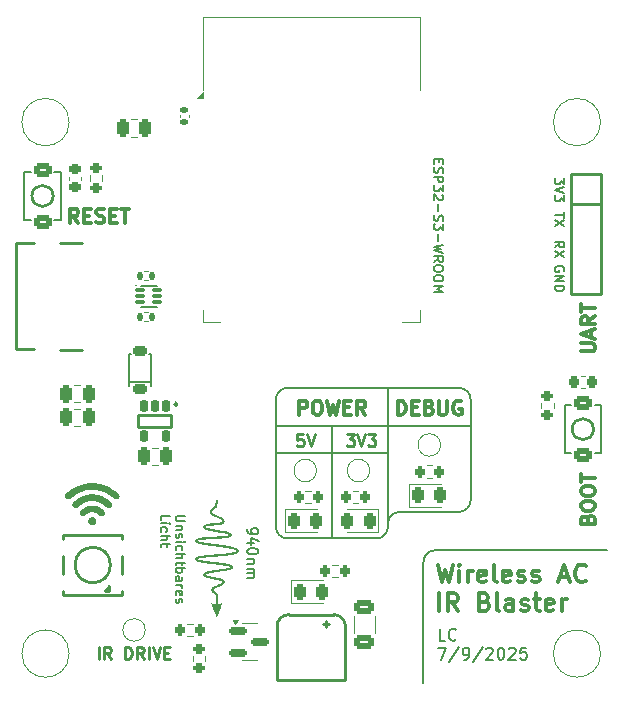
<source format=gbr>
%TF.GenerationSoftware,KiCad,Pcbnew,9.0.3*%
%TF.CreationDate,2025-09-08T02:13:57+08:00*%
%TF.ProjectId,IR_AC,49525f41-432e-46b6-9963-61645f706362,rev?*%
%TF.SameCoordinates,Original*%
%TF.FileFunction,Legend,Top*%
%TF.FilePolarity,Positive*%
%FSLAX46Y46*%
G04 Gerber Fmt 4.6, Leading zero omitted, Abs format (unit mm)*
G04 Created by KiCad (PCBNEW 9.0.3) date 2025-09-08 02:13:57*
%MOMM*%
%LPD*%
G01*
G04 APERTURE LIST*
G04 Aperture macros list*
%AMRoundRect*
0 Rectangle with rounded corners*
0 $1 Rounding radius*
0 $2 $3 $4 $5 $6 $7 $8 $9 X,Y pos of 4 corners*
0 Add a 4 corners polygon primitive as box body*
4,1,4,$2,$3,$4,$5,$6,$7,$8,$9,$2,$3,0*
0 Add four circle primitives for the rounded corners*
1,1,$1+$1,$2,$3*
1,1,$1+$1,$4,$5*
1,1,$1+$1,$6,$7*
1,1,$1+$1,$8,$9*
0 Add four rect primitives between the rounded corners*
20,1,$1+$1,$2,$3,$4,$5,0*
20,1,$1+$1,$4,$5,$6,$7,0*
20,1,$1+$1,$6,$7,$8,$9,0*
20,1,$1+$1,$8,$9,$2,$3,0*%
G04 Aperture macros list end*
%ADD10C,0.150000*%
%ADD11C,0.200000*%
%ADD12C,0.350000*%
%ADD13C,0.240000*%
%ADD14C,0.250000*%
%ADD15C,0.300000*%
%ADD16C,0.100000*%
%ADD17C,0.000000*%
%ADD18C,0.120000*%
%ADD19O,1.800000X1.200000*%
%ADD20O,2.000000X1.100000*%
%ADD21R,1.100000X0.550000*%
%ADD22R,1.100000X0.300000*%
%ADD23C,0.800000*%
%ADD24RoundRect,0.227500X0.382500X-0.227500X0.382500X0.227500X-0.382500X0.227500X-0.382500X-0.227500X0*%
%ADD25RoundRect,0.243750X0.243750X0.456250X-0.243750X0.456250X-0.243750X-0.456250X0.243750X-0.456250X0*%
%ADD26RoundRect,0.200000X-0.200000X-0.275000X0.200000X-0.275000X0.200000X0.275000X-0.200000X0.275000X0*%
%ADD27RoundRect,0.200000X0.200000X0.275000X-0.200000X0.275000X-0.200000X-0.275000X0.200000X-0.275000X0*%
%ADD28RoundRect,0.243750X-0.243750X-0.456250X0.243750X-0.456250X0.243750X0.456250X-0.243750X0.456250X0*%
%ADD29RoundRect,0.155000X0.155000X0.395000X-0.155000X0.395000X-0.155000X-0.395000X0.155000X-0.395000X0*%
%ADD30RoundRect,0.250000X0.250000X0.475000X-0.250000X0.475000X-0.250000X-0.475000X0.250000X-0.475000X0*%
%ADD31RoundRect,0.135000X0.135000X0.185000X-0.135000X0.185000X-0.135000X-0.185000X0.135000X-0.185000X0*%
%ADD32RoundRect,0.150000X-0.587500X-0.150000X0.587500X-0.150000X0.587500X0.150000X-0.587500X0.150000X0*%
%ADD33RoundRect,0.200000X0.275000X-0.200000X0.275000X0.200000X-0.275000X0.200000X-0.275000X-0.200000X0*%
%ADD34RoundRect,0.250000X0.625000X-0.312500X0.625000X0.312500X-0.625000X0.312500X-0.625000X-0.312500X0*%
%ADD35C,0.600000*%
%ADD36R,3.900000X3.900000*%
%ADD37R,1.500000X0.900000*%
%ADD38R,0.900000X1.500000*%
%ADD39RoundRect,0.250000X0.500000X-0.365000X0.500000X0.365000X-0.500000X0.365000X-0.500000X-0.365000X0*%
%ADD40C,1.500000*%
%ADD41RoundRect,0.225000X-0.225000X-0.250000X0.225000X-0.250000X0.225000X0.250000X-0.225000X0.250000X0*%
%ADD42C,2.200000*%
%ADD43C,1.800000*%
%ADD44C,1.700000*%
%ADD45R,1.700000X1.700000*%
%ADD46RoundRect,0.225000X-0.250000X0.225000X-0.250000X-0.225000X0.250000X-0.225000X0.250000X0.225000X0*%
%ADD47RoundRect,0.200000X-0.275000X0.200000X-0.275000X-0.200000X0.275000X-0.200000X0.275000X0.200000X0*%
%ADD48RoundRect,0.140000X0.170000X-0.140000X0.170000X0.140000X-0.170000X0.140000X-0.170000X-0.140000X0*%
%ADD49R,1.500000X1.000000*%
%ADD50RoundRect,0.075000X-0.350000X0.075000X-0.350000X-0.075000X0.350000X-0.075000X0.350000X0.075000X0*%
G04 APERTURE END LIST*
D10*
X21399609Y-8640476D02*
X21437704Y-8564286D01*
X21437704Y-8564286D02*
X21437704Y-8450000D01*
X21437704Y-8450000D02*
X21399609Y-8335714D01*
X21399609Y-8335714D02*
X21323419Y-8259524D01*
X21323419Y-8259524D02*
X21247228Y-8221429D01*
X21247228Y-8221429D02*
X21094847Y-8183333D01*
X21094847Y-8183333D02*
X20980561Y-8183333D01*
X20980561Y-8183333D02*
X20828180Y-8221429D01*
X20828180Y-8221429D02*
X20751990Y-8259524D01*
X20751990Y-8259524D02*
X20675800Y-8335714D01*
X20675800Y-8335714D02*
X20637704Y-8450000D01*
X20637704Y-8450000D02*
X20637704Y-8526191D01*
X20637704Y-8526191D02*
X20675800Y-8640476D01*
X20675800Y-8640476D02*
X20713895Y-8678572D01*
X20713895Y-8678572D02*
X20980561Y-8678572D01*
X20980561Y-8678572D02*
X20980561Y-8526191D01*
X20637704Y-9021429D02*
X21437704Y-9021429D01*
X21437704Y-9021429D02*
X20637704Y-9478572D01*
X20637704Y-9478572D02*
X21437704Y-9478572D01*
X20637704Y-9859524D02*
X21437704Y-9859524D01*
X21437704Y-9859524D02*
X21437704Y-10050000D01*
X21437704Y-10050000D02*
X21399609Y-10164286D01*
X21399609Y-10164286D02*
X21323419Y-10240476D01*
X21323419Y-10240476D02*
X21247228Y-10278571D01*
X21247228Y-10278571D02*
X21094847Y-10316667D01*
X21094847Y-10316667D02*
X20980561Y-10316667D01*
X20980561Y-10316667D02*
X20828180Y-10278571D01*
X20828180Y-10278571D02*
X20751990Y-10240476D01*
X20751990Y-10240476D02*
X20675800Y-10164286D01*
X20675800Y-10164286D02*
X20637704Y-10050000D01*
X20637704Y-10050000D02*
X20637704Y-9859524D01*
X20637704Y-6616667D02*
X21018657Y-6350000D01*
X20637704Y-6159524D02*
X21437704Y-6159524D01*
X21437704Y-6159524D02*
X21437704Y-6464286D01*
X21437704Y-6464286D02*
X21399609Y-6540476D01*
X21399609Y-6540476D02*
X21361514Y-6578571D01*
X21361514Y-6578571D02*
X21285323Y-6616667D01*
X21285323Y-6616667D02*
X21171038Y-6616667D01*
X21171038Y-6616667D02*
X21094847Y-6578571D01*
X21094847Y-6578571D02*
X21056752Y-6540476D01*
X21056752Y-6540476D02*
X21018657Y-6464286D01*
X21018657Y-6464286D02*
X21018657Y-6159524D01*
X21437704Y-6883333D02*
X20637704Y-7416667D01*
X21437704Y-7416667D02*
X20637704Y-6883333D01*
X21437704Y-3640476D02*
X21437704Y-4097619D01*
X20637704Y-3869047D02*
X21437704Y-3869047D01*
X21437704Y-4288095D02*
X20637704Y-4821429D01*
X21437704Y-4821429D02*
X20637704Y-4288095D01*
X21437704Y-759523D02*
X21437704Y-1254761D01*
X21437704Y-1254761D02*
X21132942Y-988095D01*
X21132942Y-988095D02*
X21132942Y-1102380D01*
X21132942Y-1102380D02*
X21094847Y-1178571D01*
X21094847Y-1178571D02*
X21056752Y-1216666D01*
X21056752Y-1216666D02*
X20980561Y-1254761D01*
X20980561Y-1254761D02*
X20790085Y-1254761D01*
X20790085Y-1254761D02*
X20713895Y-1216666D01*
X20713895Y-1216666D02*
X20675800Y-1178571D01*
X20675800Y-1178571D02*
X20637704Y-1102380D01*
X20637704Y-1102380D02*
X20637704Y-873809D01*
X20637704Y-873809D02*
X20675800Y-797618D01*
X20675800Y-797618D02*
X20713895Y-759523D01*
X21437704Y-1483333D02*
X20637704Y-1750000D01*
X20637704Y-1750000D02*
X21437704Y-2016666D01*
X21437704Y-2207142D02*
X21437704Y-2702380D01*
X21437704Y-2702380D02*
X21132942Y-2435714D01*
X21132942Y-2435714D02*
X21132942Y-2549999D01*
X21132942Y-2549999D02*
X21094847Y-2626190D01*
X21094847Y-2626190D02*
X21056752Y-2664285D01*
X21056752Y-2664285D02*
X20980561Y-2702380D01*
X20980561Y-2702380D02*
X20790085Y-2702380D01*
X20790085Y-2702380D02*
X20713895Y-2664285D01*
X20713895Y-2664285D02*
X20675800Y-2626190D01*
X20675800Y-2626190D02*
X20637704Y-2549999D01*
X20637704Y-2549999D02*
X20637704Y-2321428D01*
X20637704Y-2321428D02*
X20675800Y-2245237D01*
X20675800Y-2245237D02*
X20713895Y-2207142D01*
D11*
X12500000Y-18500000D02*
G75*
G02*
X13500000Y-19500000I0J-1000000D01*
G01*
X-2000000Y-31250000D02*
G75*
G02*
X-3000000Y-30250000I-1J999999D01*
G01*
X13500000Y-28000000D02*
G75*
G02*
X12500000Y-29000000I-1000000J0D01*
G01*
X-3000000Y-19500000D02*
G75*
G02*
X-2000000Y-18500000I999999J1D01*
G01*
X6500000Y-30250000D02*
G75*
G02*
X5500000Y-31250000I-1000000J0D01*
G01*
X6500000Y-30000000D02*
G75*
G02*
X7500000Y-29000000I1000000J0D01*
G01*
X6500000Y-30000000D02*
X6500000Y-24000000D01*
X9500000Y-33250000D02*
G75*
G02*
X10500000Y-32250000I1000000J0D01*
G01*
X-10665718Y-29322054D02*
X-11313337Y-29322054D01*
X-11313337Y-29322054D02*
X-11389527Y-29360149D01*
X-11389527Y-29360149D02*
X-11427623Y-29398244D01*
X-11427623Y-29398244D02*
X-11465718Y-29474435D01*
X-11465718Y-29474435D02*
X-11465718Y-29626816D01*
X-11465718Y-29626816D02*
X-11427623Y-29703006D01*
X-11427623Y-29703006D02*
X-11389527Y-29741101D01*
X-11389527Y-29741101D02*
X-11313337Y-29779197D01*
X-11313337Y-29779197D02*
X-10665718Y-29779197D01*
X-10932384Y-30160149D02*
X-11465718Y-30160149D01*
X-11008575Y-30160149D02*
X-10970480Y-30198244D01*
X-10970480Y-30198244D02*
X-10932384Y-30274434D01*
X-10932384Y-30274434D02*
X-10932384Y-30388720D01*
X-10932384Y-30388720D02*
X-10970480Y-30464911D01*
X-10970480Y-30464911D02*
X-11046670Y-30503006D01*
X-11046670Y-30503006D02*
X-11465718Y-30503006D01*
X-11427623Y-30845863D02*
X-11465718Y-30922054D01*
X-11465718Y-30922054D02*
X-11465718Y-31074435D01*
X-11465718Y-31074435D02*
X-11427623Y-31150625D01*
X-11427623Y-31150625D02*
X-11351432Y-31188721D01*
X-11351432Y-31188721D02*
X-11313337Y-31188721D01*
X-11313337Y-31188721D02*
X-11237146Y-31150625D01*
X-11237146Y-31150625D02*
X-11199051Y-31074435D01*
X-11199051Y-31074435D02*
X-11199051Y-30960149D01*
X-11199051Y-30960149D02*
X-11160956Y-30883959D01*
X-11160956Y-30883959D02*
X-11084765Y-30845863D01*
X-11084765Y-30845863D02*
X-11046670Y-30845863D01*
X-11046670Y-30845863D02*
X-10970480Y-30883959D01*
X-10970480Y-30883959D02*
X-10932384Y-30960149D01*
X-10932384Y-30960149D02*
X-10932384Y-31074435D01*
X-10932384Y-31074435D02*
X-10970480Y-31150625D01*
X-11465718Y-31531578D02*
X-10932384Y-31531578D01*
X-10665718Y-31531578D02*
X-10703813Y-31493482D01*
X-10703813Y-31493482D02*
X-10741908Y-31531578D01*
X-10741908Y-31531578D02*
X-10703813Y-31569673D01*
X-10703813Y-31569673D02*
X-10665718Y-31531578D01*
X-10665718Y-31531578D02*
X-10741908Y-31531578D01*
X-11427623Y-32255387D02*
X-11465718Y-32179196D01*
X-11465718Y-32179196D02*
X-11465718Y-32026815D01*
X-11465718Y-32026815D02*
X-11427623Y-31950625D01*
X-11427623Y-31950625D02*
X-11389527Y-31912530D01*
X-11389527Y-31912530D02*
X-11313337Y-31874434D01*
X-11313337Y-31874434D02*
X-11084765Y-31874434D01*
X-11084765Y-31874434D02*
X-11008575Y-31912530D01*
X-11008575Y-31912530D02*
X-10970480Y-31950625D01*
X-10970480Y-31950625D02*
X-10932384Y-32026815D01*
X-10932384Y-32026815D02*
X-10932384Y-32179196D01*
X-10932384Y-32179196D02*
X-10970480Y-32255387D01*
X-11465718Y-32598244D02*
X-10665718Y-32598244D01*
X-11465718Y-32941101D02*
X-11046670Y-32941101D01*
X-11046670Y-32941101D02*
X-10970480Y-32903006D01*
X-10970480Y-32903006D02*
X-10932384Y-32826815D01*
X-10932384Y-32826815D02*
X-10932384Y-32712529D01*
X-10932384Y-32712529D02*
X-10970480Y-32636339D01*
X-10970480Y-32636339D02*
X-11008575Y-32598244D01*
X-10932384Y-33207768D02*
X-10932384Y-33512530D01*
X-10665718Y-33322054D02*
X-11351432Y-33322054D01*
X-11351432Y-33322054D02*
X-11427623Y-33360149D01*
X-11427623Y-33360149D02*
X-11465718Y-33436339D01*
X-11465718Y-33436339D02*
X-11465718Y-33512530D01*
X-11465718Y-33779197D02*
X-10665718Y-33779197D01*
X-10970480Y-33779197D02*
X-10932384Y-33855387D01*
X-10932384Y-33855387D02*
X-10932384Y-34007768D01*
X-10932384Y-34007768D02*
X-10970480Y-34083959D01*
X-10970480Y-34083959D02*
X-11008575Y-34122054D01*
X-11008575Y-34122054D02*
X-11084765Y-34160149D01*
X-11084765Y-34160149D02*
X-11313337Y-34160149D01*
X-11313337Y-34160149D02*
X-11389527Y-34122054D01*
X-11389527Y-34122054D02*
X-11427623Y-34083959D01*
X-11427623Y-34083959D02*
X-11465718Y-34007768D01*
X-11465718Y-34007768D02*
X-11465718Y-33855387D01*
X-11465718Y-33855387D02*
X-11427623Y-33779197D01*
X-11465718Y-34845864D02*
X-11046670Y-34845864D01*
X-11046670Y-34845864D02*
X-10970480Y-34807769D01*
X-10970480Y-34807769D02*
X-10932384Y-34731578D01*
X-10932384Y-34731578D02*
X-10932384Y-34579197D01*
X-10932384Y-34579197D02*
X-10970480Y-34503007D01*
X-11427623Y-34845864D02*
X-11465718Y-34769673D01*
X-11465718Y-34769673D02*
X-11465718Y-34579197D01*
X-11465718Y-34579197D02*
X-11427623Y-34503007D01*
X-11427623Y-34503007D02*
X-11351432Y-34464911D01*
X-11351432Y-34464911D02*
X-11275242Y-34464911D01*
X-11275242Y-34464911D02*
X-11199051Y-34503007D01*
X-11199051Y-34503007D02*
X-11160956Y-34579197D01*
X-11160956Y-34579197D02*
X-11160956Y-34769673D01*
X-11160956Y-34769673D02*
X-11122861Y-34845864D01*
X-11465718Y-35226817D02*
X-10932384Y-35226817D01*
X-11084765Y-35226817D02*
X-11008575Y-35264912D01*
X-11008575Y-35264912D02*
X-10970480Y-35303007D01*
X-10970480Y-35303007D02*
X-10932384Y-35379198D01*
X-10932384Y-35379198D02*
X-10932384Y-35455388D01*
X-11427623Y-36026817D02*
X-11465718Y-35950626D01*
X-11465718Y-35950626D02*
X-11465718Y-35798245D01*
X-11465718Y-35798245D02*
X-11427623Y-35722055D01*
X-11427623Y-35722055D02*
X-11351432Y-35683959D01*
X-11351432Y-35683959D02*
X-11046670Y-35683959D01*
X-11046670Y-35683959D02*
X-10970480Y-35722055D01*
X-10970480Y-35722055D02*
X-10932384Y-35798245D01*
X-10932384Y-35798245D02*
X-10932384Y-35950626D01*
X-10932384Y-35950626D02*
X-10970480Y-36026817D01*
X-10970480Y-36026817D02*
X-11046670Y-36064912D01*
X-11046670Y-36064912D02*
X-11122861Y-36064912D01*
X-11122861Y-36064912D02*
X-11199051Y-35683959D01*
X-11427623Y-36369673D02*
X-11465718Y-36445864D01*
X-11465718Y-36445864D02*
X-11465718Y-36598245D01*
X-11465718Y-36598245D02*
X-11427623Y-36674435D01*
X-11427623Y-36674435D02*
X-11351432Y-36712531D01*
X-11351432Y-36712531D02*
X-11313337Y-36712531D01*
X-11313337Y-36712531D02*
X-11237146Y-36674435D01*
X-11237146Y-36674435D02*
X-11199051Y-36598245D01*
X-11199051Y-36598245D02*
X-11199051Y-36483959D01*
X-11199051Y-36483959D02*
X-11160956Y-36407769D01*
X-11160956Y-36407769D02*
X-11084765Y-36369673D01*
X-11084765Y-36369673D02*
X-11046670Y-36369673D01*
X-11046670Y-36369673D02*
X-10970480Y-36407769D01*
X-10970480Y-36407769D02*
X-10932384Y-36483959D01*
X-10932384Y-36483959D02*
X-10932384Y-36598245D01*
X-10932384Y-36598245D02*
X-10970480Y-36674435D01*
X-12753673Y-29703006D02*
X-12753673Y-29322054D01*
X-12753673Y-29322054D02*
X-11953673Y-29322054D01*
X-12753673Y-29969673D02*
X-12220339Y-29969673D01*
X-11953673Y-29969673D02*
X-11991768Y-29931577D01*
X-11991768Y-29931577D02*
X-12029863Y-29969673D01*
X-12029863Y-29969673D02*
X-11991768Y-30007768D01*
X-11991768Y-30007768D02*
X-11953673Y-29969673D01*
X-11953673Y-29969673D02*
X-12029863Y-29969673D01*
X-12715578Y-30693482D02*
X-12753673Y-30617291D01*
X-12753673Y-30617291D02*
X-12753673Y-30464910D01*
X-12753673Y-30464910D02*
X-12715578Y-30388720D01*
X-12715578Y-30388720D02*
X-12677482Y-30350625D01*
X-12677482Y-30350625D02*
X-12601292Y-30312529D01*
X-12601292Y-30312529D02*
X-12372720Y-30312529D01*
X-12372720Y-30312529D02*
X-12296530Y-30350625D01*
X-12296530Y-30350625D02*
X-12258435Y-30388720D01*
X-12258435Y-30388720D02*
X-12220339Y-30464910D01*
X-12220339Y-30464910D02*
X-12220339Y-30617291D01*
X-12220339Y-30617291D02*
X-12258435Y-30693482D01*
X-12753673Y-31036339D02*
X-11953673Y-31036339D01*
X-12753673Y-31379196D02*
X-12334625Y-31379196D01*
X-12334625Y-31379196D02*
X-12258435Y-31341101D01*
X-12258435Y-31341101D02*
X-12220339Y-31264910D01*
X-12220339Y-31264910D02*
X-12220339Y-31150624D01*
X-12220339Y-31150624D02*
X-12258435Y-31074434D01*
X-12258435Y-31074434D02*
X-12296530Y-31036339D01*
X-12220339Y-31645863D02*
X-12220339Y-31950625D01*
X-11953673Y-31760149D02*
X-12639387Y-31760149D01*
X-12639387Y-31760149D02*
X-12715578Y-31798244D01*
X-12715578Y-31798244D02*
X-12753673Y-31874434D01*
X-12753673Y-31874434D02*
X-12753673Y-31950625D01*
X-5405957Y-30464285D02*
X-5405957Y-30635714D01*
X-5405957Y-30635714D02*
X-5363100Y-30721428D01*
X-5363100Y-30721428D02*
X-5320242Y-30764285D01*
X-5320242Y-30764285D02*
X-5191671Y-30850000D01*
X-5191671Y-30850000D02*
X-5020242Y-30892857D01*
X-5020242Y-30892857D02*
X-4677385Y-30892857D01*
X-4677385Y-30892857D02*
X-4591671Y-30850000D01*
X-4591671Y-30850000D02*
X-4548814Y-30807143D01*
X-4548814Y-30807143D02*
X-4505957Y-30721428D01*
X-4505957Y-30721428D02*
X-4505957Y-30550000D01*
X-4505957Y-30550000D02*
X-4548814Y-30464285D01*
X-4548814Y-30464285D02*
X-4591671Y-30421428D01*
X-4591671Y-30421428D02*
X-4677385Y-30378571D01*
X-4677385Y-30378571D02*
X-4891671Y-30378571D01*
X-4891671Y-30378571D02*
X-4977385Y-30421428D01*
X-4977385Y-30421428D02*
X-5020242Y-30464285D01*
X-5020242Y-30464285D02*
X-5063100Y-30550000D01*
X-5063100Y-30550000D02*
X-5063100Y-30721428D01*
X-5063100Y-30721428D02*
X-5020242Y-30807143D01*
X-5020242Y-30807143D02*
X-4977385Y-30850000D01*
X-4977385Y-30850000D02*
X-4891671Y-30892857D01*
X-4805957Y-31664286D02*
X-5405957Y-31664286D01*
X-4463100Y-31450000D02*
X-5105957Y-31235714D01*
X-5105957Y-31235714D02*
X-5105957Y-31792857D01*
X-4505957Y-32307143D02*
X-4505957Y-32392857D01*
X-4505957Y-32392857D02*
X-4548814Y-32478571D01*
X-4548814Y-32478571D02*
X-4591671Y-32521429D01*
X-4591671Y-32521429D02*
X-4677385Y-32564286D01*
X-4677385Y-32564286D02*
X-4848814Y-32607143D01*
X-4848814Y-32607143D02*
X-5063100Y-32607143D01*
X-5063100Y-32607143D02*
X-5234528Y-32564286D01*
X-5234528Y-32564286D02*
X-5320242Y-32521429D01*
X-5320242Y-32521429D02*
X-5363100Y-32478571D01*
X-5363100Y-32478571D02*
X-5405957Y-32392857D01*
X-5405957Y-32392857D02*
X-5405957Y-32307143D01*
X-5405957Y-32307143D02*
X-5363100Y-32221429D01*
X-5363100Y-32221429D02*
X-5320242Y-32178571D01*
X-5320242Y-32178571D02*
X-5234528Y-32135714D01*
X-5234528Y-32135714D02*
X-5063100Y-32092857D01*
X-5063100Y-32092857D02*
X-4848814Y-32092857D01*
X-4848814Y-32092857D02*
X-4677385Y-32135714D01*
X-4677385Y-32135714D02*
X-4591671Y-32178571D01*
X-4591671Y-32178571D02*
X-4548814Y-32221429D01*
X-4548814Y-32221429D02*
X-4505957Y-32307143D01*
X-4805957Y-32992857D02*
X-5405957Y-32992857D01*
X-4891671Y-32992857D02*
X-4848814Y-33035714D01*
X-4848814Y-33035714D02*
X-4805957Y-33121429D01*
X-4805957Y-33121429D02*
X-4805957Y-33250000D01*
X-4805957Y-33250000D02*
X-4848814Y-33335714D01*
X-4848814Y-33335714D02*
X-4934528Y-33378572D01*
X-4934528Y-33378572D02*
X-5405957Y-33378572D01*
X-5405957Y-33807143D02*
X-4805957Y-33807143D01*
X-4891671Y-33807143D02*
X-4848814Y-33850000D01*
X-4848814Y-33850000D02*
X-4805957Y-33935715D01*
X-4805957Y-33935715D02*
X-4805957Y-34064286D01*
X-4805957Y-34064286D02*
X-4848814Y-34150000D01*
X-4848814Y-34150000D02*
X-4934528Y-34192858D01*
X-4934528Y-34192858D02*
X-5405957Y-34192858D01*
X-4934528Y-34192858D02*
X-4848814Y-34235715D01*
X-4848814Y-34235715D02*
X-4805957Y-34321429D01*
X-4805957Y-34321429D02*
X-4805957Y-34450000D01*
X-4805957Y-34450000D02*
X-4848814Y-34535715D01*
X-4848814Y-34535715D02*
X-4934528Y-34578572D01*
X-4934528Y-34578572D02*
X-5405957Y-34578572D01*
X25000000Y-32250000D02*
X10500000Y-32250000D01*
X9500000Y-43500000D02*
X9500000Y-33250000D01*
X11345863Y-39897247D02*
X10869673Y-39897247D01*
X10869673Y-39897247D02*
X10869673Y-38897247D01*
X12250625Y-39802008D02*
X12203006Y-39849628D01*
X12203006Y-39849628D02*
X12060149Y-39897247D01*
X12060149Y-39897247D02*
X11964911Y-39897247D01*
X11964911Y-39897247D02*
X11822054Y-39849628D01*
X11822054Y-39849628D02*
X11726816Y-39754389D01*
X11726816Y-39754389D02*
X11679197Y-39659151D01*
X11679197Y-39659151D02*
X11631578Y-39468675D01*
X11631578Y-39468675D02*
X11631578Y-39325818D01*
X11631578Y-39325818D02*
X11679197Y-39135342D01*
X11679197Y-39135342D02*
X11726816Y-39040104D01*
X11726816Y-39040104D02*
X11822054Y-38944866D01*
X11822054Y-38944866D02*
X11964911Y-38897247D01*
X11964911Y-38897247D02*
X12060149Y-38897247D01*
X12060149Y-38897247D02*
X12203006Y-38944866D01*
X12203006Y-38944866D02*
X12250625Y-38992485D01*
X10774435Y-40507191D02*
X11441101Y-40507191D01*
X11441101Y-40507191D02*
X11012530Y-41507191D01*
X12536339Y-40459572D02*
X11679197Y-41745286D01*
X12917292Y-41507191D02*
X13107768Y-41507191D01*
X13107768Y-41507191D02*
X13203006Y-41459572D01*
X13203006Y-41459572D02*
X13250625Y-41411952D01*
X13250625Y-41411952D02*
X13345863Y-41269095D01*
X13345863Y-41269095D02*
X13393482Y-41078619D01*
X13393482Y-41078619D02*
X13393482Y-40697667D01*
X13393482Y-40697667D02*
X13345863Y-40602429D01*
X13345863Y-40602429D02*
X13298244Y-40554810D01*
X13298244Y-40554810D02*
X13203006Y-40507191D01*
X13203006Y-40507191D02*
X13012530Y-40507191D01*
X13012530Y-40507191D02*
X12917292Y-40554810D01*
X12917292Y-40554810D02*
X12869673Y-40602429D01*
X12869673Y-40602429D02*
X12822054Y-40697667D01*
X12822054Y-40697667D02*
X12822054Y-40935762D01*
X12822054Y-40935762D02*
X12869673Y-41031000D01*
X12869673Y-41031000D02*
X12917292Y-41078619D01*
X12917292Y-41078619D02*
X13012530Y-41126238D01*
X13012530Y-41126238D02*
X13203006Y-41126238D01*
X13203006Y-41126238D02*
X13298244Y-41078619D01*
X13298244Y-41078619D02*
X13345863Y-41031000D01*
X13345863Y-41031000D02*
X13393482Y-40935762D01*
X14536339Y-40459572D02*
X13679197Y-41745286D01*
X14822054Y-40602429D02*
X14869673Y-40554810D01*
X14869673Y-40554810D02*
X14964911Y-40507191D01*
X14964911Y-40507191D02*
X15203006Y-40507191D01*
X15203006Y-40507191D02*
X15298244Y-40554810D01*
X15298244Y-40554810D02*
X15345863Y-40602429D01*
X15345863Y-40602429D02*
X15393482Y-40697667D01*
X15393482Y-40697667D02*
X15393482Y-40792905D01*
X15393482Y-40792905D02*
X15345863Y-40935762D01*
X15345863Y-40935762D02*
X14774435Y-41507191D01*
X14774435Y-41507191D02*
X15393482Y-41507191D01*
X16012530Y-40507191D02*
X16107768Y-40507191D01*
X16107768Y-40507191D02*
X16203006Y-40554810D01*
X16203006Y-40554810D02*
X16250625Y-40602429D01*
X16250625Y-40602429D02*
X16298244Y-40697667D01*
X16298244Y-40697667D02*
X16345863Y-40888143D01*
X16345863Y-40888143D02*
X16345863Y-41126238D01*
X16345863Y-41126238D02*
X16298244Y-41316714D01*
X16298244Y-41316714D02*
X16250625Y-41411952D01*
X16250625Y-41411952D02*
X16203006Y-41459572D01*
X16203006Y-41459572D02*
X16107768Y-41507191D01*
X16107768Y-41507191D02*
X16012530Y-41507191D01*
X16012530Y-41507191D02*
X15917292Y-41459572D01*
X15917292Y-41459572D02*
X15869673Y-41411952D01*
X15869673Y-41411952D02*
X15822054Y-41316714D01*
X15822054Y-41316714D02*
X15774435Y-41126238D01*
X15774435Y-41126238D02*
X15774435Y-40888143D01*
X15774435Y-40888143D02*
X15822054Y-40697667D01*
X15822054Y-40697667D02*
X15869673Y-40602429D01*
X15869673Y-40602429D02*
X15917292Y-40554810D01*
X15917292Y-40554810D02*
X16012530Y-40507191D01*
X16726816Y-40602429D02*
X16774435Y-40554810D01*
X16774435Y-40554810D02*
X16869673Y-40507191D01*
X16869673Y-40507191D02*
X17107768Y-40507191D01*
X17107768Y-40507191D02*
X17203006Y-40554810D01*
X17203006Y-40554810D02*
X17250625Y-40602429D01*
X17250625Y-40602429D02*
X17298244Y-40697667D01*
X17298244Y-40697667D02*
X17298244Y-40792905D01*
X17298244Y-40792905D02*
X17250625Y-40935762D01*
X17250625Y-40935762D02*
X16679197Y-41507191D01*
X16679197Y-41507191D02*
X17298244Y-41507191D01*
X18203006Y-40507191D02*
X17726816Y-40507191D01*
X17726816Y-40507191D02*
X17679197Y-40983381D01*
X17679197Y-40983381D02*
X17726816Y-40935762D01*
X17726816Y-40935762D02*
X17822054Y-40888143D01*
X17822054Y-40888143D02*
X18060149Y-40888143D01*
X18060149Y-40888143D02*
X18155387Y-40935762D01*
X18155387Y-40935762D02*
X18203006Y-40983381D01*
X18203006Y-40983381D02*
X18250625Y-41078619D01*
X18250625Y-41078619D02*
X18250625Y-41316714D01*
X18250625Y-41316714D02*
X18203006Y-41411952D01*
X18203006Y-41411952D02*
X18155387Y-41459572D01*
X18155387Y-41459572D02*
X18060149Y-41507191D01*
X18060149Y-41507191D02*
X17822054Y-41507191D01*
X17822054Y-41507191D02*
X17726816Y-41459572D01*
X17726816Y-41459572D02*
X17679197Y-41411952D01*
D12*
X10694548Y-33468270D02*
X11051691Y-34968270D01*
X11051691Y-34968270D02*
X11337405Y-33896842D01*
X11337405Y-33896842D02*
X11623120Y-34968270D01*
X11623120Y-34968270D02*
X11980263Y-33468270D01*
X12551691Y-34968270D02*
X12551691Y-33968270D01*
X12551691Y-33468270D02*
X12480263Y-33539699D01*
X12480263Y-33539699D02*
X12551691Y-33611127D01*
X12551691Y-33611127D02*
X12623120Y-33539699D01*
X12623120Y-33539699D02*
X12551691Y-33468270D01*
X12551691Y-33468270D02*
X12551691Y-33611127D01*
X13265977Y-34968270D02*
X13265977Y-33968270D01*
X13265977Y-34253984D02*
X13337406Y-34111127D01*
X13337406Y-34111127D02*
X13408835Y-34039699D01*
X13408835Y-34039699D02*
X13551692Y-33968270D01*
X13551692Y-33968270D02*
X13694549Y-33968270D01*
X14765977Y-34896842D02*
X14623120Y-34968270D01*
X14623120Y-34968270D02*
X14337406Y-34968270D01*
X14337406Y-34968270D02*
X14194548Y-34896842D01*
X14194548Y-34896842D02*
X14123120Y-34753984D01*
X14123120Y-34753984D02*
X14123120Y-34182556D01*
X14123120Y-34182556D02*
X14194548Y-34039699D01*
X14194548Y-34039699D02*
X14337406Y-33968270D01*
X14337406Y-33968270D02*
X14623120Y-33968270D01*
X14623120Y-33968270D02*
X14765977Y-34039699D01*
X14765977Y-34039699D02*
X14837406Y-34182556D01*
X14837406Y-34182556D02*
X14837406Y-34325413D01*
X14837406Y-34325413D02*
X14123120Y-34468270D01*
X15694548Y-34968270D02*
X15551691Y-34896842D01*
X15551691Y-34896842D02*
X15480262Y-34753984D01*
X15480262Y-34753984D02*
X15480262Y-33468270D01*
X16837405Y-34896842D02*
X16694548Y-34968270D01*
X16694548Y-34968270D02*
X16408834Y-34968270D01*
X16408834Y-34968270D02*
X16265976Y-34896842D01*
X16265976Y-34896842D02*
X16194548Y-34753984D01*
X16194548Y-34753984D02*
X16194548Y-34182556D01*
X16194548Y-34182556D02*
X16265976Y-34039699D01*
X16265976Y-34039699D02*
X16408834Y-33968270D01*
X16408834Y-33968270D02*
X16694548Y-33968270D01*
X16694548Y-33968270D02*
X16837405Y-34039699D01*
X16837405Y-34039699D02*
X16908834Y-34182556D01*
X16908834Y-34182556D02*
X16908834Y-34325413D01*
X16908834Y-34325413D02*
X16194548Y-34468270D01*
X17480262Y-34896842D02*
X17623119Y-34968270D01*
X17623119Y-34968270D02*
X17908833Y-34968270D01*
X17908833Y-34968270D02*
X18051690Y-34896842D01*
X18051690Y-34896842D02*
X18123119Y-34753984D01*
X18123119Y-34753984D02*
X18123119Y-34682556D01*
X18123119Y-34682556D02*
X18051690Y-34539699D01*
X18051690Y-34539699D02*
X17908833Y-34468270D01*
X17908833Y-34468270D02*
X17694548Y-34468270D01*
X17694548Y-34468270D02*
X17551690Y-34396842D01*
X17551690Y-34396842D02*
X17480262Y-34253984D01*
X17480262Y-34253984D02*
X17480262Y-34182556D01*
X17480262Y-34182556D02*
X17551690Y-34039699D01*
X17551690Y-34039699D02*
X17694548Y-33968270D01*
X17694548Y-33968270D02*
X17908833Y-33968270D01*
X17908833Y-33968270D02*
X18051690Y-34039699D01*
X18694548Y-34896842D02*
X18837405Y-34968270D01*
X18837405Y-34968270D02*
X19123119Y-34968270D01*
X19123119Y-34968270D02*
X19265976Y-34896842D01*
X19265976Y-34896842D02*
X19337405Y-34753984D01*
X19337405Y-34753984D02*
X19337405Y-34682556D01*
X19337405Y-34682556D02*
X19265976Y-34539699D01*
X19265976Y-34539699D02*
X19123119Y-34468270D01*
X19123119Y-34468270D02*
X18908834Y-34468270D01*
X18908834Y-34468270D02*
X18765976Y-34396842D01*
X18765976Y-34396842D02*
X18694548Y-34253984D01*
X18694548Y-34253984D02*
X18694548Y-34182556D01*
X18694548Y-34182556D02*
X18765976Y-34039699D01*
X18765976Y-34039699D02*
X18908834Y-33968270D01*
X18908834Y-33968270D02*
X19123119Y-33968270D01*
X19123119Y-33968270D02*
X19265976Y-34039699D01*
X21051691Y-34539699D02*
X21765977Y-34539699D01*
X20908834Y-34968270D02*
X21408834Y-33468270D01*
X21408834Y-33468270D02*
X21908834Y-34968270D01*
X23265976Y-34825413D02*
X23194548Y-34896842D01*
X23194548Y-34896842D02*
X22980262Y-34968270D01*
X22980262Y-34968270D02*
X22837405Y-34968270D01*
X22837405Y-34968270D02*
X22623119Y-34896842D01*
X22623119Y-34896842D02*
X22480262Y-34753984D01*
X22480262Y-34753984D02*
X22408833Y-34611127D01*
X22408833Y-34611127D02*
X22337405Y-34325413D01*
X22337405Y-34325413D02*
X22337405Y-34111127D01*
X22337405Y-34111127D02*
X22408833Y-33825413D01*
X22408833Y-33825413D02*
X22480262Y-33682556D01*
X22480262Y-33682556D02*
X22623119Y-33539699D01*
X22623119Y-33539699D02*
X22837405Y-33468270D01*
X22837405Y-33468270D02*
X22980262Y-33468270D01*
X22980262Y-33468270D02*
X23194548Y-33539699D01*
X23194548Y-33539699D02*
X23265976Y-33611127D01*
X10837405Y-37383186D02*
X10837405Y-35883186D01*
X12408834Y-37383186D02*
X11908834Y-36668900D01*
X11551691Y-37383186D02*
X11551691Y-35883186D01*
X11551691Y-35883186D02*
X12123120Y-35883186D01*
X12123120Y-35883186D02*
X12265977Y-35954615D01*
X12265977Y-35954615D02*
X12337406Y-36026043D01*
X12337406Y-36026043D02*
X12408834Y-36168900D01*
X12408834Y-36168900D02*
X12408834Y-36383186D01*
X12408834Y-36383186D02*
X12337406Y-36526043D01*
X12337406Y-36526043D02*
X12265977Y-36597472D01*
X12265977Y-36597472D02*
X12123120Y-36668900D01*
X12123120Y-36668900D02*
X11551691Y-36668900D01*
X14694548Y-36597472D02*
X14908834Y-36668900D01*
X14908834Y-36668900D02*
X14980263Y-36740329D01*
X14980263Y-36740329D02*
X15051691Y-36883186D01*
X15051691Y-36883186D02*
X15051691Y-37097472D01*
X15051691Y-37097472D02*
X14980263Y-37240329D01*
X14980263Y-37240329D02*
X14908834Y-37311758D01*
X14908834Y-37311758D02*
X14765977Y-37383186D01*
X14765977Y-37383186D02*
X14194548Y-37383186D01*
X14194548Y-37383186D02*
X14194548Y-35883186D01*
X14194548Y-35883186D02*
X14694548Y-35883186D01*
X14694548Y-35883186D02*
X14837406Y-35954615D01*
X14837406Y-35954615D02*
X14908834Y-36026043D01*
X14908834Y-36026043D02*
X14980263Y-36168900D01*
X14980263Y-36168900D02*
X14980263Y-36311758D01*
X14980263Y-36311758D02*
X14908834Y-36454615D01*
X14908834Y-36454615D02*
X14837406Y-36526043D01*
X14837406Y-36526043D02*
X14694548Y-36597472D01*
X14694548Y-36597472D02*
X14194548Y-36597472D01*
X15908834Y-37383186D02*
X15765977Y-37311758D01*
X15765977Y-37311758D02*
X15694548Y-37168900D01*
X15694548Y-37168900D02*
X15694548Y-35883186D01*
X17123120Y-37383186D02*
X17123120Y-36597472D01*
X17123120Y-36597472D02*
X17051691Y-36454615D01*
X17051691Y-36454615D02*
X16908834Y-36383186D01*
X16908834Y-36383186D02*
X16623120Y-36383186D01*
X16623120Y-36383186D02*
X16480262Y-36454615D01*
X17123120Y-37311758D02*
X16980262Y-37383186D01*
X16980262Y-37383186D02*
X16623120Y-37383186D01*
X16623120Y-37383186D02*
X16480262Y-37311758D01*
X16480262Y-37311758D02*
X16408834Y-37168900D01*
X16408834Y-37168900D02*
X16408834Y-37026043D01*
X16408834Y-37026043D02*
X16480262Y-36883186D01*
X16480262Y-36883186D02*
X16623120Y-36811758D01*
X16623120Y-36811758D02*
X16980262Y-36811758D01*
X16980262Y-36811758D02*
X17123120Y-36740329D01*
X17765977Y-37311758D02*
X17908834Y-37383186D01*
X17908834Y-37383186D02*
X18194548Y-37383186D01*
X18194548Y-37383186D02*
X18337405Y-37311758D01*
X18337405Y-37311758D02*
X18408834Y-37168900D01*
X18408834Y-37168900D02*
X18408834Y-37097472D01*
X18408834Y-37097472D02*
X18337405Y-36954615D01*
X18337405Y-36954615D02*
X18194548Y-36883186D01*
X18194548Y-36883186D02*
X17980263Y-36883186D01*
X17980263Y-36883186D02*
X17837405Y-36811758D01*
X17837405Y-36811758D02*
X17765977Y-36668900D01*
X17765977Y-36668900D02*
X17765977Y-36597472D01*
X17765977Y-36597472D02*
X17837405Y-36454615D01*
X17837405Y-36454615D02*
X17980263Y-36383186D01*
X17980263Y-36383186D02*
X18194548Y-36383186D01*
X18194548Y-36383186D02*
X18337405Y-36454615D01*
X18837406Y-36383186D02*
X19408834Y-36383186D01*
X19051691Y-35883186D02*
X19051691Y-37168900D01*
X19051691Y-37168900D02*
X19123120Y-37311758D01*
X19123120Y-37311758D02*
X19265977Y-37383186D01*
X19265977Y-37383186D02*
X19408834Y-37383186D01*
X20480263Y-37311758D02*
X20337406Y-37383186D01*
X20337406Y-37383186D02*
X20051692Y-37383186D01*
X20051692Y-37383186D02*
X19908834Y-37311758D01*
X19908834Y-37311758D02*
X19837406Y-37168900D01*
X19837406Y-37168900D02*
X19837406Y-36597472D01*
X19837406Y-36597472D02*
X19908834Y-36454615D01*
X19908834Y-36454615D02*
X20051692Y-36383186D01*
X20051692Y-36383186D02*
X20337406Y-36383186D01*
X20337406Y-36383186D02*
X20480263Y-36454615D01*
X20480263Y-36454615D02*
X20551692Y-36597472D01*
X20551692Y-36597472D02*
X20551692Y-36740329D01*
X20551692Y-36740329D02*
X19837406Y-36883186D01*
X21194548Y-37383186D02*
X21194548Y-36383186D01*
X21194548Y-36668900D02*
X21265977Y-36526043D01*
X21265977Y-36526043D02*
X21337406Y-36454615D01*
X21337406Y-36454615D02*
X21480263Y-36383186D01*
X21480263Y-36383186D02*
X21623120Y-36383186D01*
D11*
X7500000Y-29000000D02*
X12500000Y-29000000D01*
D13*
X-17999999Y-41450139D02*
X-17999999Y-40450139D01*
X-16952381Y-41450139D02*
X-17285714Y-40973948D01*
X-17523809Y-41450139D02*
X-17523809Y-40450139D01*
X-17523809Y-40450139D02*
X-17142857Y-40450139D01*
X-17142857Y-40450139D02*
X-17047619Y-40497758D01*
X-17047619Y-40497758D02*
X-17000000Y-40545377D01*
X-17000000Y-40545377D02*
X-16952381Y-40640615D01*
X-16952381Y-40640615D02*
X-16952381Y-40783472D01*
X-16952381Y-40783472D02*
X-17000000Y-40878710D01*
X-17000000Y-40878710D02*
X-17047619Y-40926329D01*
X-17047619Y-40926329D02*
X-17142857Y-40973948D01*
X-17142857Y-40973948D02*
X-17523809Y-40973948D01*
X-15761904Y-41450139D02*
X-15761904Y-40450139D01*
X-15761904Y-40450139D02*
X-15523809Y-40450139D01*
X-15523809Y-40450139D02*
X-15380952Y-40497758D01*
X-15380952Y-40497758D02*
X-15285714Y-40592996D01*
X-15285714Y-40592996D02*
X-15238095Y-40688234D01*
X-15238095Y-40688234D02*
X-15190476Y-40878710D01*
X-15190476Y-40878710D02*
X-15190476Y-41021567D01*
X-15190476Y-41021567D02*
X-15238095Y-41212043D01*
X-15238095Y-41212043D02*
X-15285714Y-41307281D01*
X-15285714Y-41307281D02*
X-15380952Y-41402520D01*
X-15380952Y-41402520D02*
X-15523809Y-41450139D01*
X-15523809Y-41450139D02*
X-15761904Y-41450139D01*
X-14190476Y-41450139D02*
X-14523809Y-40973948D01*
X-14761904Y-41450139D02*
X-14761904Y-40450139D01*
X-14761904Y-40450139D02*
X-14380952Y-40450139D01*
X-14380952Y-40450139D02*
X-14285714Y-40497758D01*
X-14285714Y-40497758D02*
X-14238095Y-40545377D01*
X-14238095Y-40545377D02*
X-14190476Y-40640615D01*
X-14190476Y-40640615D02*
X-14190476Y-40783472D01*
X-14190476Y-40783472D02*
X-14238095Y-40878710D01*
X-14238095Y-40878710D02*
X-14285714Y-40926329D01*
X-14285714Y-40926329D02*
X-14380952Y-40973948D01*
X-14380952Y-40973948D02*
X-14761904Y-40973948D01*
X-13761904Y-41450139D02*
X-13761904Y-40450139D01*
X-13428571Y-40450139D02*
X-13095238Y-41450139D01*
X-13095238Y-41450139D02*
X-12761905Y-40450139D01*
X-12428571Y-40926329D02*
X-12095238Y-40926329D01*
X-11952381Y-41450139D02*
X-12428571Y-41450139D01*
X-12428571Y-41450139D02*
X-12428571Y-40450139D01*
X-12428571Y-40450139D02*
X-11952381Y-40450139D01*
D11*
X1750000Y-31250000D02*
X1750000Y-24000000D01*
X6500000Y-30250000D02*
X6500000Y-30000000D01*
X-3000000Y-30250000D02*
X-3000000Y-24000000D01*
X-2000000Y-31250000D02*
X5500000Y-31250000D01*
X-3000000Y-24000000D02*
X-3000000Y-21750000D01*
X6500000Y-24000000D02*
X6500000Y-21750000D01*
X-3000000Y-24000000D02*
X6500000Y-24000000D01*
D14*
X3011905Y-22449619D02*
X3630952Y-22449619D01*
X3630952Y-22449619D02*
X3297619Y-22830571D01*
X3297619Y-22830571D02*
X3440476Y-22830571D01*
X3440476Y-22830571D02*
X3535714Y-22878190D01*
X3535714Y-22878190D02*
X3583333Y-22925809D01*
X3583333Y-22925809D02*
X3630952Y-23021047D01*
X3630952Y-23021047D02*
X3630952Y-23259142D01*
X3630952Y-23259142D02*
X3583333Y-23354380D01*
X3583333Y-23354380D02*
X3535714Y-23402000D01*
X3535714Y-23402000D02*
X3440476Y-23449619D01*
X3440476Y-23449619D02*
X3154762Y-23449619D01*
X3154762Y-23449619D02*
X3059524Y-23402000D01*
X3059524Y-23402000D02*
X3011905Y-23354380D01*
X3916667Y-22449619D02*
X4250000Y-23449619D01*
X4250000Y-23449619D02*
X4583333Y-22449619D01*
X4821429Y-22449619D02*
X5440476Y-22449619D01*
X5440476Y-22449619D02*
X5107143Y-22830571D01*
X5107143Y-22830571D02*
X5250000Y-22830571D01*
X5250000Y-22830571D02*
X5345238Y-22878190D01*
X5345238Y-22878190D02*
X5392857Y-22925809D01*
X5392857Y-22925809D02*
X5440476Y-23021047D01*
X5440476Y-23021047D02*
X5440476Y-23259142D01*
X5440476Y-23259142D02*
X5392857Y-23354380D01*
X5392857Y-23354380D02*
X5345238Y-23402000D01*
X5345238Y-23402000D02*
X5250000Y-23449619D01*
X5250000Y-23449619D02*
X4964286Y-23449619D01*
X4964286Y-23449619D02*
X4869048Y-23402000D01*
X4869048Y-23402000D02*
X4821429Y-23354380D01*
D11*
X1750000Y-24000000D02*
X1750000Y-21750000D01*
D14*
X-690476Y-22449619D02*
X-1166666Y-22449619D01*
X-1166666Y-22449619D02*
X-1214285Y-22925809D01*
X-1214285Y-22925809D02*
X-1166666Y-22878190D01*
X-1166666Y-22878190D02*
X-1071428Y-22830571D01*
X-1071428Y-22830571D02*
X-833333Y-22830571D01*
X-833333Y-22830571D02*
X-738095Y-22878190D01*
X-738095Y-22878190D02*
X-690476Y-22925809D01*
X-690476Y-22925809D02*
X-642857Y-23021047D01*
X-642857Y-23021047D02*
X-642857Y-23259142D01*
X-642857Y-23259142D02*
X-690476Y-23354380D01*
X-690476Y-23354380D02*
X-738095Y-23402000D01*
X-738095Y-23402000D02*
X-833333Y-23449619D01*
X-833333Y-23449619D02*
X-1071428Y-23449619D01*
X-1071428Y-23449619D02*
X-1166666Y-23402000D01*
X-1166666Y-23402000D02*
X-1214285Y-23354380D01*
X-357142Y-22449619D02*
X-23809Y-23449619D01*
X-23809Y-23449619D02*
X309523Y-22449619D01*
D11*
X13500000Y-28000000D02*
X13500000Y-21750000D01*
X6500000Y-21750000D02*
X6500000Y-18500000D01*
X13500000Y-21750000D02*
X13500000Y-19500000D01*
X-3000000Y-21750000D02*
X-3000000Y-19500000D01*
X-2000000Y-18500000D02*
X12500000Y-18500000D01*
X-3000000Y-21750000D02*
X13500000Y-21750000D01*
D15*
X-1021428Y-20789542D02*
X-1021428Y-19589542D01*
X-1021428Y-19589542D02*
X-564285Y-19589542D01*
X-564285Y-19589542D02*
X-450000Y-19646685D01*
X-450000Y-19646685D02*
X-392857Y-19703828D01*
X-392857Y-19703828D02*
X-335714Y-19818114D01*
X-335714Y-19818114D02*
X-335714Y-19989542D01*
X-335714Y-19989542D02*
X-392857Y-20103828D01*
X-392857Y-20103828D02*
X-450000Y-20160971D01*
X-450000Y-20160971D02*
X-564285Y-20218114D01*
X-564285Y-20218114D02*
X-1021428Y-20218114D01*
X407142Y-19589542D02*
X635714Y-19589542D01*
X635714Y-19589542D02*
X749999Y-19646685D01*
X749999Y-19646685D02*
X864285Y-19760971D01*
X864285Y-19760971D02*
X921428Y-19989542D01*
X921428Y-19989542D02*
X921428Y-20389542D01*
X921428Y-20389542D02*
X864285Y-20618114D01*
X864285Y-20618114D02*
X749999Y-20732400D01*
X749999Y-20732400D02*
X635714Y-20789542D01*
X635714Y-20789542D02*
X407142Y-20789542D01*
X407142Y-20789542D02*
X292856Y-20732400D01*
X292856Y-20732400D02*
X178571Y-20618114D01*
X178571Y-20618114D02*
X121428Y-20389542D01*
X121428Y-20389542D02*
X121428Y-19989542D01*
X121428Y-19989542D02*
X178571Y-19760971D01*
X178571Y-19760971D02*
X292856Y-19646685D01*
X292856Y-19646685D02*
X407142Y-19589542D01*
X1321428Y-19589542D02*
X1607142Y-20789542D01*
X1607142Y-20789542D02*
X1835714Y-19932400D01*
X1835714Y-19932400D02*
X2064285Y-20789542D01*
X2064285Y-20789542D02*
X2350000Y-19589542D01*
X2807143Y-20160971D02*
X3207143Y-20160971D01*
X3378571Y-20789542D02*
X2807143Y-20789542D01*
X2807143Y-20789542D02*
X2807143Y-19589542D01*
X2807143Y-19589542D02*
X3378571Y-19589542D01*
X4578571Y-20789542D02*
X4178571Y-20218114D01*
X3892857Y-20789542D02*
X3892857Y-19589542D01*
X3892857Y-19589542D02*
X4350000Y-19589542D01*
X4350000Y-19589542D02*
X4464285Y-19646685D01*
X4464285Y-19646685D02*
X4521428Y-19703828D01*
X4521428Y-19703828D02*
X4578571Y-19818114D01*
X4578571Y-19818114D02*
X4578571Y-19989542D01*
X4578571Y-19989542D02*
X4521428Y-20103828D01*
X4521428Y-20103828D02*
X4464285Y-20160971D01*
X4464285Y-20160971D02*
X4350000Y-20218114D01*
X4350000Y-20218114D02*
X3892857Y-20218114D01*
X7314286Y-20789542D02*
X7314286Y-19589542D01*
X7314286Y-19589542D02*
X7600000Y-19589542D01*
X7600000Y-19589542D02*
X7771429Y-19646685D01*
X7771429Y-19646685D02*
X7885714Y-19760971D01*
X7885714Y-19760971D02*
X7942857Y-19875257D01*
X7942857Y-19875257D02*
X8000000Y-20103828D01*
X8000000Y-20103828D02*
X8000000Y-20275257D01*
X8000000Y-20275257D02*
X7942857Y-20503828D01*
X7942857Y-20503828D02*
X7885714Y-20618114D01*
X7885714Y-20618114D02*
X7771429Y-20732400D01*
X7771429Y-20732400D02*
X7600000Y-20789542D01*
X7600000Y-20789542D02*
X7314286Y-20789542D01*
X8514286Y-20160971D02*
X8914286Y-20160971D01*
X9085714Y-20789542D02*
X8514286Y-20789542D01*
X8514286Y-20789542D02*
X8514286Y-19589542D01*
X8514286Y-19589542D02*
X9085714Y-19589542D01*
X10000000Y-20160971D02*
X10171428Y-20218114D01*
X10171428Y-20218114D02*
X10228571Y-20275257D01*
X10228571Y-20275257D02*
X10285714Y-20389542D01*
X10285714Y-20389542D02*
X10285714Y-20560971D01*
X10285714Y-20560971D02*
X10228571Y-20675257D01*
X10228571Y-20675257D02*
X10171428Y-20732400D01*
X10171428Y-20732400D02*
X10057143Y-20789542D01*
X10057143Y-20789542D02*
X9600000Y-20789542D01*
X9600000Y-20789542D02*
X9600000Y-19589542D01*
X9600000Y-19589542D02*
X10000000Y-19589542D01*
X10000000Y-19589542D02*
X10114286Y-19646685D01*
X10114286Y-19646685D02*
X10171428Y-19703828D01*
X10171428Y-19703828D02*
X10228571Y-19818114D01*
X10228571Y-19818114D02*
X10228571Y-19932400D01*
X10228571Y-19932400D02*
X10171428Y-20046685D01*
X10171428Y-20046685D02*
X10114286Y-20103828D01*
X10114286Y-20103828D02*
X10000000Y-20160971D01*
X10000000Y-20160971D02*
X9600000Y-20160971D01*
X10800000Y-19589542D02*
X10800000Y-20560971D01*
X10800000Y-20560971D02*
X10857143Y-20675257D01*
X10857143Y-20675257D02*
X10914286Y-20732400D01*
X10914286Y-20732400D02*
X11028571Y-20789542D01*
X11028571Y-20789542D02*
X11257143Y-20789542D01*
X11257143Y-20789542D02*
X11371428Y-20732400D01*
X11371428Y-20732400D02*
X11428571Y-20675257D01*
X11428571Y-20675257D02*
X11485714Y-20560971D01*
X11485714Y-20560971D02*
X11485714Y-19589542D01*
X12685714Y-19646685D02*
X12571429Y-19589542D01*
X12571429Y-19589542D02*
X12400000Y-19589542D01*
X12400000Y-19589542D02*
X12228571Y-19646685D01*
X12228571Y-19646685D02*
X12114286Y-19760971D01*
X12114286Y-19760971D02*
X12057143Y-19875257D01*
X12057143Y-19875257D02*
X12000000Y-20103828D01*
X12000000Y-20103828D02*
X12000000Y-20275257D01*
X12000000Y-20275257D02*
X12057143Y-20503828D01*
X12057143Y-20503828D02*
X12114286Y-20618114D01*
X12114286Y-20618114D02*
X12228571Y-20732400D01*
X12228571Y-20732400D02*
X12400000Y-20789542D01*
X12400000Y-20789542D02*
X12514286Y-20789542D01*
X12514286Y-20789542D02*
X12685714Y-20732400D01*
X12685714Y-20732400D02*
X12742857Y-20675257D01*
X12742857Y-20675257D02*
X12742857Y-20275257D01*
X12742857Y-20275257D02*
X12514286Y-20275257D01*
D10*
X10806752Y869047D02*
X10806752Y602381D01*
X10387704Y488095D02*
X10387704Y869047D01*
X10387704Y869047D02*
X11187704Y869047D01*
X11187704Y869047D02*
X11187704Y488095D01*
X10425800Y183333D02*
X10387704Y69047D01*
X10387704Y69047D02*
X10387704Y-121428D01*
X10387704Y-121428D02*
X10425800Y-197619D01*
X10425800Y-197619D02*
X10463895Y-235714D01*
X10463895Y-235714D02*
X10540085Y-273809D01*
X10540085Y-273809D02*
X10616276Y-273809D01*
X10616276Y-273809D02*
X10692466Y-235714D01*
X10692466Y-235714D02*
X10730561Y-197619D01*
X10730561Y-197619D02*
X10768657Y-121428D01*
X10768657Y-121428D02*
X10806752Y30952D01*
X10806752Y30952D02*
X10844847Y107142D01*
X10844847Y107142D02*
X10882942Y145237D01*
X10882942Y145237D02*
X10959133Y183333D01*
X10959133Y183333D02*
X11035323Y183333D01*
X11035323Y183333D02*
X11111514Y145237D01*
X11111514Y145237D02*
X11149609Y107142D01*
X11149609Y107142D02*
X11187704Y30952D01*
X11187704Y30952D02*
X11187704Y-159524D01*
X11187704Y-159524D02*
X11149609Y-273809D01*
X10387704Y-616667D02*
X11187704Y-616667D01*
X11187704Y-616667D02*
X11187704Y-921429D01*
X11187704Y-921429D02*
X11149609Y-997619D01*
X11149609Y-997619D02*
X11111514Y-1035714D01*
X11111514Y-1035714D02*
X11035323Y-1073810D01*
X11035323Y-1073810D02*
X10921038Y-1073810D01*
X10921038Y-1073810D02*
X10844847Y-1035714D01*
X10844847Y-1035714D02*
X10806752Y-997619D01*
X10806752Y-997619D02*
X10768657Y-921429D01*
X10768657Y-921429D02*
X10768657Y-616667D01*
X11187704Y-1340476D02*
X11187704Y-1835714D01*
X11187704Y-1835714D02*
X10882942Y-1569048D01*
X10882942Y-1569048D02*
X10882942Y-1683333D01*
X10882942Y-1683333D02*
X10844847Y-1759524D01*
X10844847Y-1759524D02*
X10806752Y-1797619D01*
X10806752Y-1797619D02*
X10730561Y-1835714D01*
X10730561Y-1835714D02*
X10540085Y-1835714D01*
X10540085Y-1835714D02*
X10463895Y-1797619D01*
X10463895Y-1797619D02*
X10425800Y-1759524D01*
X10425800Y-1759524D02*
X10387704Y-1683333D01*
X10387704Y-1683333D02*
X10387704Y-1454762D01*
X10387704Y-1454762D02*
X10425800Y-1378571D01*
X10425800Y-1378571D02*
X10463895Y-1340476D01*
X11111514Y-2140476D02*
X11149609Y-2178572D01*
X11149609Y-2178572D02*
X11187704Y-2254762D01*
X11187704Y-2254762D02*
X11187704Y-2445238D01*
X11187704Y-2445238D02*
X11149609Y-2521429D01*
X11149609Y-2521429D02*
X11111514Y-2559524D01*
X11111514Y-2559524D02*
X11035323Y-2597619D01*
X11035323Y-2597619D02*
X10959133Y-2597619D01*
X10959133Y-2597619D02*
X10844847Y-2559524D01*
X10844847Y-2559524D02*
X10387704Y-2102381D01*
X10387704Y-2102381D02*
X10387704Y-2597619D01*
X10692466Y-2940477D02*
X10692466Y-3550001D01*
X10425800Y-3892857D02*
X10387704Y-4007143D01*
X10387704Y-4007143D02*
X10387704Y-4197619D01*
X10387704Y-4197619D02*
X10425800Y-4273810D01*
X10425800Y-4273810D02*
X10463895Y-4311905D01*
X10463895Y-4311905D02*
X10540085Y-4350000D01*
X10540085Y-4350000D02*
X10616276Y-4350000D01*
X10616276Y-4350000D02*
X10692466Y-4311905D01*
X10692466Y-4311905D02*
X10730561Y-4273810D01*
X10730561Y-4273810D02*
X10768657Y-4197619D01*
X10768657Y-4197619D02*
X10806752Y-4045238D01*
X10806752Y-4045238D02*
X10844847Y-3969048D01*
X10844847Y-3969048D02*
X10882942Y-3930953D01*
X10882942Y-3930953D02*
X10959133Y-3892857D01*
X10959133Y-3892857D02*
X11035323Y-3892857D01*
X11035323Y-3892857D02*
X11111514Y-3930953D01*
X11111514Y-3930953D02*
X11149609Y-3969048D01*
X11149609Y-3969048D02*
X11187704Y-4045238D01*
X11187704Y-4045238D02*
X11187704Y-4235715D01*
X11187704Y-4235715D02*
X11149609Y-4350000D01*
X11187704Y-4616667D02*
X11187704Y-5111905D01*
X11187704Y-5111905D02*
X10882942Y-4845239D01*
X10882942Y-4845239D02*
X10882942Y-4959524D01*
X10882942Y-4959524D02*
X10844847Y-5035715D01*
X10844847Y-5035715D02*
X10806752Y-5073810D01*
X10806752Y-5073810D02*
X10730561Y-5111905D01*
X10730561Y-5111905D02*
X10540085Y-5111905D01*
X10540085Y-5111905D02*
X10463895Y-5073810D01*
X10463895Y-5073810D02*
X10425800Y-5035715D01*
X10425800Y-5035715D02*
X10387704Y-4959524D01*
X10387704Y-4959524D02*
X10387704Y-4730953D01*
X10387704Y-4730953D02*
X10425800Y-4654762D01*
X10425800Y-4654762D02*
X10463895Y-4616667D01*
X10692466Y-5454763D02*
X10692466Y-6064287D01*
X11187704Y-6369048D02*
X10387704Y-6559524D01*
X10387704Y-6559524D02*
X10959133Y-6711905D01*
X10959133Y-6711905D02*
X10387704Y-6864286D01*
X10387704Y-6864286D02*
X11187704Y-7054763D01*
X10387704Y-7816668D02*
X10768657Y-7550001D01*
X10387704Y-7359525D02*
X11187704Y-7359525D01*
X11187704Y-7359525D02*
X11187704Y-7664287D01*
X11187704Y-7664287D02*
X11149609Y-7740477D01*
X11149609Y-7740477D02*
X11111514Y-7778572D01*
X11111514Y-7778572D02*
X11035323Y-7816668D01*
X11035323Y-7816668D02*
X10921038Y-7816668D01*
X10921038Y-7816668D02*
X10844847Y-7778572D01*
X10844847Y-7778572D02*
X10806752Y-7740477D01*
X10806752Y-7740477D02*
X10768657Y-7664287D01*
X10768657Y-7664287D02*
X10768657Y-7359525D01*
X11187704Y-8311906D02*
X11187704Y-8464287D01*
X11187704Y-8464287D02*
X11149609Y-8540477D01*
X11149609Y-8540477D02*
X11073419Y-8616668D01*
X11073419Y-8616668D02*
X10921038Y-8654763D01*
X10921038Y-8654763D02*
X10654371Y-8654763D01*
X10654371Y-8654763D02*
X10501990Y-8616668D01*
X10501990Y-8616668D02*
X10425800Y-8540477D01*
X10425800Y-8540477D02*
X10387704Y-8464287D01*
X10387704Y-8464287D02*
X10387704Y-8311906D01*
X10387704Y-8311906D02*
X10425800Y-8235715D01*
X10425800Y-8235715D02*
X10501990Y-8159525D01*
X10501990Y-8159525D02*
X10654371Y-8121429D01*
X10654371Y-8121429D02*
X10921038Y-8121429D01*
X10921038Y-8121429D02*
X11073419Y-8159525D01*
X11073419Y-8159525D02*
X11149609Y-8235715D01*
X11149609Y-8235715D02*
X11187704Y-8311906D01*
X11187704Y-9150001D02*
X11187704Y-9302382D01*
X11187704Y-9302382D02*
X11149609Y-9378572D01*
X11149609Y-9378572D02*
X11073419Y-9454763D01*
X11073419Y-9454763D02*
X10921038Y-9492858D01*
X10921038Y-9492858D02*
X10654371Y-9492858D01*
X10654371Y-9492858D02*
X10501990Y-9454763D01*
X10501990Y-9454763D02*
X10425800Y-9378572D01*
X10425800Y-9378572D02*
X10387704Y-9302382D01*
X10387704Y-9302382D02*
X10387704Y-9150001D01*
X10387704Y-9150001D02*
X10425800Y-9073810D01*
X10425800Y-9073810D02*
X10501990Y-8997620D01*
X10501990Y-8997620D02*
X10654371Y-8959524D01*
X10654371Y-8959524D02*
X10921038Y-8959524D01*
X10921038Y-8959524D02*
X11073419Y-8997620D01*
X11073419Y-8997620D02*
X11149609Y-9073810D01*
X11149609Y-9073810D02*
X11187704Y-9150001D01*
X10387704Y-9835715D02*
X11187704Y-9835715D01*
X11187704Y-9835715D02*
X10616276Y-10102381D01*
X10616276Y-10102381D02*
X11187704Y-10369048D01*
X11187704Y-10369048D02*
X10387704Y-10369048D01*
D15*
X-19742856Y-4539542D02*
X-20142856Y-3968114D01*
X-20428570Y-4539542D02*
X-20428570Y-3339542D01*
X-20428570Y-3339542D02*
X-19971427Y-3339542D01*
X-19971427Y-3339542D02*
X-19857142Y-3396685D01*
X-19857142Y-3396685D02*
X-19799999Y-3453828D01*
X-19799999Y-3453828D02*
X-19742856Y-3568114D01*
X-19742856Y-3568114D02*
X-19742856Y-3739542D01*
X-19742856Y-3739542D02*
X-19799999Y-3853828D01*
X-19799999Y-3853828D02*
X-19857142Y-3910971D01*
X-19857142Y-3910971D02*
X-19971427Y-3968114D01*
X-19971427Y-3968114D02*
X-20428570Y-3968114D01*
X-19228570Y-3910971D02*
X-18828570Y-3910971D01*
X-18657142Y-4539542D02*
X-19228570Y-4539542D01*
X-19228570Y-4539542D02*
X-19228570Y-3339542D01*
X-19228570Y-3339542D02*
X-18657142Y-3339542D01*
X-18199999Y-4482400D02*
X-18028571Y-4539542D01*
X-18028571Y-4539542D02*
X-17742856Y-4539542D01*
X-17742856Y-4539542D02*
X-17628571Y-4482400D01*
X-17628571Y-4482400D02*
X-17571428Y-4425257D01*
X-17571428Y-4425257D02*
X-17514285Y-4310971D01*
X-17514285Y-4310971D02*
X-17514285Y-4196685D01*
X-17514285Y-4196685D02*
X-17571428Y-4082400D01*
X-17571428Y-4082400D02*
X-17628571Y-4025257D01*
X-17628571Y-4025257D02*
X-17742856Y-3968114D01*
X-17742856Y-3968114D02*
X-17971428Y-3910971D01*
X-17971428Y-3910971D02*
X-18085713Y-3853828D01*
X-18085713Y-3853828D02*
X-18142856Y-3796685D01*
X-18142856Y-3796685D02*
X-18199999Y-3682400D01*
X-18199999Y-3682400D02*
X-18199999Y-3568114D01*
X-18199999Y-3568114D02*
X-18142856Y-3453828D01*
X-18142856Y-3453828D02*
X-18085713Y-3396685D01*
X-18085713Y-3396685D02*
X-17971428Y-3339542D01*
X-17971428Y-3339542D02*
X-17685713Y-3339542D01*
X-17685713Y-3339542D02*
X-17514285Y-3396685D01*
X-16999999Y-3910971D02*
X-16599999Y-3910971D01*
X-16428571Y-4539542D02*
X-16999999Y-4539542D01*
X-16999999Y-4539542D02*
X-16999999Y-3339542D01*
X-16999999Y-3339542D02*
X-16428571Y-3339542D01*
X-16085714Y-3339542D02*
X-15400000Y-3339542D01*
X-15742857Y-4539542D02*
X-15742857Y-3339542D01*
X22839542Y-15414285D02*
X23810971Y-15414285D01*
X23810971Y-15414285D02*
X23925257Y-15357142D01*
X23925257Y-15357142D02*
X23982400Y-15300000D01*
X23982400Y-15300000D02*
X24039542Y-15185714D01*
X24039542Y-15185714D02*
X24039542Y-14957142D01*
X24039542Y-14957142D02*
X23982400Y-14842857D01*
X23982400Y-14842857D02*
X23925257Y-14785714D01*
X23925257Y-14785714D02*
X23810971Y-14728571D01*
X23810971Y-14728571D02*
X22839542Y-14728571D01*
X23696685Y-14214285D02*
X23696685Y-13642857D01*
X24039542Y-14328571D02*
X22839542Y-13928571D01*
X22839542Y-13928571D02*
X24039542Y-13528571D01*
X24039542Y-12442857D02*
X23468114Y-12842857D01*
X24039542Y-13128571D02*
X22839542Y-13128571D01*
X22839542Y-13128571D02*
X22839542Y-12671428D01*
X22839542Y-12671428D02*
X22896685Y-12557143D01*
X22896685Y-12557143D02*
X22953828Y-12500000D01*
X22953828Y-12500000D02*
X23068114Y-12442857D01*
X23068114Y-12442857D02*
X23239542Y-12442857D01*
X23239542Y-12442857D02*
X23353828Y-12500000D01*
X23353828Y-12500000D02*
X23410971Y-12557143D01*
X23410971Y-12557143D02*
X23468114Y-12671428D01*
X23468114Y-12671428D02*
X23468114Y-13128571D01*
X22839542Y-12100000D02*
X22839542Y-11414286D01*
X24039542Y-11757143D02*
X22839542Y-11757143D01*
X23410971Y-29628571D02*
X23468114Y-29457143D01*
X23468114Y-29457143D02*
X23525257Y-29400000D01*
X23525257Y-29400000D02*
X23639542Y-29342857D01*
X23639542Y-29342857D02*
X23810971Y-29342857D01*
X23810971Y-29342857D02*
X23925257Y-29400000D01*
X23925257Y-29400000D02*
X23982400Y-29457143D01*
X23982400Y-29457143D02*
X24039542Y-29571428D01*
X24039542Y-29571428D02*
X24039542Y-30028571D01*
X24039542Y-30028571D02*
X22839542Y-30028571D01*
X22839542Y-30028571D02*
X22839542Y-29628571D01*
X22839542Y-29628571D02*
X22896685Y-29514286D01*
X22896685Y-29514286D02*
X22953828Y-29457143D01*
X22953828Y-29457143D02*
X23068114Y-29400000D01*
X23068114Y-29400000D02*
X23182400Y-29400000D01*
X23182400Y-29400000D02*
X23296685Y-29457143D01*
X23296685Y-29457143D02*
X23353828Y-29514286D01*
X23353828Y-29514286D02*
X23410971Y-29628571D01*
X23410971Y-29628571D02*
X23410971Y-30028571D01*
X22839542Y-28600000D02*
X22839542Y-28371428D01*
X22839542Y-28371428D02*
X22896685Y-28257143D01*
X22896685Y-28257143D02*
X23010971Y-28142857D01*
X23010971Y-28142857D02*
X23239542Y-28085714D01*
X23239542Y-28085714D02*
X23639542Y-28085714D01*
X23639542Y-28085714D02*
X23868114Y-28142857D01*
X23868114Y-28142857D02*
X23982400Y-28257143D01*
X23982400Y-28257143D02*
X24039542Y-28371428D01*
X24039542Y-28371428D02*
X24039542Y-28600000D01*
X24039542Y-28600000D02*
X23982400Y-28714286D01*
X23982400Y-28714286D02*
X23868114Y-28828571D01*
X23868114Y-28828571D02*
X23639542Y-28885714D01*
X23639542Y-28885714D02*
X23239542Y-28885714D01*
X23239542Y-28885714D02*
X23010971Y-28828571D01*
X23010971Y-28828571D02*
X22896685Y-28714286D01*
X22896685Y-28714286D02*
X22839542Y-28600000D01*
X22839542Y-27342857D02*
X22839542Y-27114285D01*
X22839542Y-27114285D02*
X22896685Y-27000000D01*
X22896685Y-27000000D02*
X23010971Y-26885714D01*
X23010971Y-26885714D02*
X23239542Y-26828571D01*
X23239542Y-26828571D02*
X23639542Y-26828571D01*
X23639542Y-26828571D02*
X23868114Y-26885714D01*
X23868114Y-26885714D02*
X23982400Y-27000000D01*
X23982400Y-27000000D02*
X24039542Y-27114285D01*
X24039542Y-27114285D02*
X24039542Y-27342857D01*
X24039542Y-27342857D02*
X23982400Y-27457143D01*
X23982400Y-27457143D02*
X23868114Y-27571428D01*
X23868114Y-27571428D02*
X23639542Y-27628571D01*
X23639542Y-27628571D02*
X23239542Y-27628571D01*
X23239542Y-27628571D02*
X23010971Y-27571428D01*
X23010971Y-27571428D02*
X22896685Y-27457143D01*
X22896685Y-27457143D02*
X22839542Y-27342857D01*
X22839542Y-26485714D02*
X22839542Y-25800000D01*
X24039542Y-26142857D02*
X22839542Y-26142857D01*
D16*
X24500000Y4000000D02*
G75*
G02*
X20500000Y4000000I-2000000J0D01*
G01*
X20500000Y4000000D02*
G75*
G02*
X24500000Y4000000I2000000J0D01*
G01*
X-20500000Y4000000D02*
G75*
G02*
X-24500000Y4000000I-2000000J0D01*
G01*
X-24500000Y4000000D02*
G75*
G02*
X-20500000Y4000000I2000000J0D01*
G01*
X24500000Y-41000000D02*
G75*
G02*
X20500000Y-41000000I-2000000J0D01*
G01*
X20500000Y-41000000D02*
G75*
G02*
X24500000Y-41000000I2000000J0D01*
G01*
X-20500000Y-41000000D02*
G75*
G02*
X-24500000Y-41000000I-2000000J0D01*
G01*
X-24500000Y-41000000D02*
G75*
G02*
X-20500000Y-41000000I2000000J0D01*
G01*
D14*
%TO.C,J1*%
X-21300000Y-15320000D02*
X-19400000Y-15320000D01*
X-24970000Y-15250000D02*
X-24970000Y-6250000D01*
X-24935000Y-15250000D02*
X-23465000Y-15250000D01*
X-24970000Y-6250000D02*
X-23500000Y-6250000D01*
X-21300000Y-6250000D02*
X-19400000Y-6250000D01*
D10*
%TO.C,D1*%
X-13570000Y-15620000D02*
X-13750000Y-15620000D01*
X-15430000Y-15620000D02*
X-15250000Y-15620000D01*
X-15430000Y-17970000D02*
X-13570000Y-17970000D01*
X-13570000Y-18380000D02*
X-13570000Y-15620000D01*
X-15430000Y-18380000D02*
X-15430000Y-15620000D01*
D17*
%TO.C,G\u002A\u002A\u002A*%
G36*
X-18489062Y-26569482D02*
G01*
X-18440557Y-26570338D01*
X-18396872Y-26571517D01*
X-18356580Y-26573101D01*
X-18318256Y-26575172D01*
X-18280472Y-26577813D01*
X-18241804Y-26581107D01*
X-18200824Y-26585135D01*
X-18179649Y-26587383D01*
X-18039189Y-26605703D01*
X-17900404Y-26630027D01*
X-17763412Y-26660309D01*
X-17628329Y-26696498D01*
X-17495274Y-26738547D01*
X-17364363Y-26786406D01*
X-17235714Y-26840028D01*
X-17109446Y-26899363D01*
X-16985674Y-26964364D01*
X-16864517Y-27034981D01*
X-16746093Y-27111166D01*
X-16630518Y-27192871D01*
X-16532571Y-27268251D01*
X-16502077Y-27292989D01*
X-16471470Y-27318473D01*
X-16441289Y-27344212D01*
X-16412072Y-27369715D01*
X-16384358Y-27394492D01*
X-16358687Y-27418054D01*
X-16335596Y-27439909D01*
X-16315626Y-27459567D01*
X-16299314Y-27476540D01*
X-16287200Y-27490335D01*
X-16283980Y-27494416D01*
X-16261623Y-27528786D01*
X-16244855Y-27564997D01*
X-16233548Y-27602485D01*
X-16227574Y-27640689D01*
X-16226803Y-27679048D01*
X-16231108Y-27716999D01*
X-16240361Y-27753980D01*
X-16254431Y-27789431D01*
X-16273192Y-27822788D01*
X-16296514Y-27853491D01*
X-16324270Y-27880976D01*
X-16356330Y-27904684D01*
X-16380990Y-27918593D01*
X-16415859Y-27933766D01*
X-16449872Y-27943726D01*
X-16484846Y-27948910D01*
X-16510993Y-27949931D01*
X-16550109Y-27947493D01*
X-16587041Y-27939929D01*
X-16623370Y-27926865D01*
X-16638834Y-27919644D01*
X-16652465Y-27912410D01*
X-16665511Y-27904374D01*
X-16678921Y-27894812D01*
X-16693643Y-27882997D01*
X-16710623Y-27868202D01*
X-16730809Y-27849701D01*
X-16734159Y-27846574D01*
X-16831588Y-27759544D01*
X-16931817Y-27678075D01*
X-17034790Y-27602193D01*
X-17140449Y-27531926D01*
X-17248739Y-27467300D01*
X-17359603Y-27408341D01*
X-17472983Y-27355076D01*
X-17588825Y-27307531D01*
X-17707070Y-27265734D01*
X-17827663Y-27229710D01*
X-17950547Y-27199486D01*
X-18075666Y-27175088D01*
X-18202962Y-27156544D01*
X-18204652Y-27156339D01*
X-18237594Y-27152457D01*
X-18267494Y-27149194D01*
X-18295345Y-27146498D01*
X-18322137Y-27144316D01*
X-18348863Y-27142596D01*
X-18376515Y-27141287D01*
X-18406084Y-27140336D01*
X-18438563Y-27139690D01*
X-18474942Y-27139298D01*
X-18516215Y-27139108D01*
X-18532817Y-27139078D01*
X-18573735Y-27139084D01*
X-18609364Y-27139236D01*
X-18640664Y-27139573D01*
X-18668596Y-27140137D01*
X-18694120Y-27140967D01*
X-18718197Y-27142105D01*
X-18741788Y-27143592D01*
X-18765852Y-27145467D01*
X-18791352Y-27147772D01*
X-18819246Y-27150546D01*
X-18829729Y-27151633D01*
X-18957091Y-27168025D01*
X-19082486Y-27190337D01*
X-19205829Y-27218533D01*
X-19327037Y-27252573D01*
X-19446028Y-27292419D01*
X-19562718Y-27338033D01*
X-19677023Y-27389376D01*
X-19788861Y-27446410D01*
X-19898149Y-27509096D01*
X-20004803Y-27577397D01*
X-20108741Y-27651274D01*
X-20209878Y-27730687D01*
X-20308132Y-27815600D01*
X-20348497Y-27852873D01*
X-20373412Y-27875484D01*
X-20395792Y-27893774D01*
X-20416798Y-27908468D01*
X-20437587Y-27920291D01*
X-20459318Y-27929967D01*
X-20483150Y-27938219D01*
X-20486818Y-27939332D01*
X-20500426Y-27943043D01*
X-20513173Y-27945575D01*
X-20527034Y-27947187D01*
X-20543980Y-27948138D01*
X-20556504Y-27948500D01*
X-20572793Y-27948750D01*
X-20587405Y-27948752D01*
X-20598903Y-27948522D01*
X-20605850Y-27948075D01*
X-20606510Y-27947972D01*
X-20641615Y-27939772D01*
X-20672711Y-27929022D01*
X-20701788Y-27914932D01*
X-20724124Y-27901263D01*
X-20755966Y-27876436D01*
X-20784008Y-27846981D01*
X-20807804Y-27813549D01*
X-20826903Y-27776790D01*
X-20840857Y-27737354D01*
X-20843008Y-27729134D01*
X-20846482Y-27708989D01*
X-20848305Y-27684910D01*
X-20848504Y-27658987D01*
X-20847106Y-27633306D01*
X-20844136Y-27609957D01*
X-20841309Y-27596763D01*
X-20832606Y-27570117D01*
X-20820592Y-27542340D01*
X-20806454Y-27515894D01*
X-20791428Y-27493301D01*
X-20783727Y-27484220D01*
X-20771892Y-27471669D01*
X-20756544Y-27456239D01*
X-20738303Y-27438517D01*
X-20717790Y-27419092D01*
X-20695625Y-27398554D01*
X-20672430Y-27377492D01*
X-20648823Y-27356494D01*
X-20629660Y-27339792D01*
X-20521363Y-27250453D01*
X-20409535Y-27166217D01*
X-20294363Y-27087166D01*
X-20176033Y-27013385D01*
X-20054732Y-26944956D01*
X-19930649Y-26881964D01*
X-19803969Y-26824492D01*
X-19674881Y-26772624D01*
X-19543570Y-26726443D01*
X-19410225Y-26686032D01*
X-19275032Y-26651476D01*
X-19138178Y-26622857D01*
X-18999850Y-26600260D01*
X-18962558Y-26595238D01*
X-18888326Y-26586438D01*
X-18816603Y-26579532D01*
X-18745803Y-26574433D01*
X-18674340Y-26571057D01*
X-18600628Y-26569315D01*
X-18523081Y-26569123D01*
X-18489062Y-26569482D01*
G37*
G36*
X-18525727Y-27516218D02*
G01*
X-18487411Y-27516744D01*
X-18449611Y-27517651D01*
X-18413641Y-27518917D01*
X-18380819Y-27520522D01*
X-18352459Y-27522446D01*
X-18343732Y-27523201D01*
X-18226504Y-27536799D01*
X-18112392Y-27555659D01*
X-18000943Y-27579911D01*
X-17891705Y-27609685D01*
X-17784227Y-27645110D01*
X-17678055Y-27686315D01*
X-17572737Y-27733430D01*
X-17520193Y-27759278D01*
X-17418238Y-27814076D01*
X-17320320Y-27873170D01*
X-17225815Y-27936986D01*
X-17134097Y-28005952D01*
X-17044544Y-28080493D01*
X-17026382Y-28096513D01*
X-17001401Y-28119148D01*
X-16977744Y-28141326D01*
X-16956006Y-28162450D01*
X-16936777Y-28181919D01*
X-16920653Y-28199136D01*
X-16908225Y-28213501D01*
X-16900753Y-28223403D01*
X-16879664Y-28260139D01*
X-16864273Y-28298673D01*
X-16854627Y-28338425D01*
X-16850771Y-28378817D01*
X-16852753Y-28419269D01*
X-16860618Y-28459202D01*
X-16874414Y-28498038D01*
X-16878082Y-28506026D01*
X-16898950Y-28542742D01*
X-16924450Y-28575625D01*
X-16954124Y-28604246D01*
X-16987515Y-28628178D01*
X-17024165Y-28646991D01*
X-17031745Y-28650062D01*
X-17061071Y-28659807D01*
X-17089853Y-28665728D01*
X-17120285Y-28668166D01*
X-17146480Y-28667874D01*
X-17173105Y-28666061D01*
X-17195747Y-28662790D01*
X-17216606Y-28657539D01*
X-17237879Y-28649785D01*
X-17255578Y-28641943D01*
X-17270931Y-28634431D01*
X-17284440Y-28626934D01*
X-17297172Y-28618661D01*
X-17310196Y-28608818D01*
X-17324577Y-28596611D01*
X-17341385Y-28581249D01*
X-17356208Y-28567195D01*
X-17435447Y-28495418D01*
X-17517289Y-28429307D01*
X-17601699Y-28368878D01*
X-17688640Y-28314148D01*
X-17778078Y-28265134D01*
X-17869978Y-28221851D01*
X-17964303Y-28184318D01*
X-18061018Y-28152550D01*
X-18160088Y-28126564D01*
X-18261478Y-28106378D01*
X-18365151Y-28092007D01*
X-18365609Y-28091957D01*
X-18388501Y-28089925D01*
X-18416334Y-28088203D01*
X-18447806Y-28086814D01*
X-18481615Y-28085779D01*
X-18516458Y-28085120D01*
X-18551032Y-28084860D01*
X-18584036Y-28085019D01*
X-18614165Y-28085620D01*
X-18640119Y-28086685D01*
X-18648457Y-28087204D01*
X-18751966Y-28097498D01*
X-18853755Y-28113773D01*
X-18953665Y-28135960D01*
X-19051536Y-28163988D01*
X-19147209Y-28197786D01*
X-19240525Y-28237284D01*
X-19331324Y-28282410D01*
X-19419447Y-28333095D01*
X-19504735Y-28389266D01*
X-19587029Y-28450855D01*
X-19666169Y-28517790D01*
X-19709220Y-28557745D01*
X-19724403Y-28572080D01*
X-19739544Y-28585965D01*
X-19753513Y-28598395D01*
X-19765180Y-28608363D01*
X-19772848Y-28614447D01*
X-19806406Y-28635535D01*
X-19843258Y-28652097D01*
X-19881747Y-28663425D01*
X-19892152Y-28665485D01*
X-19908716Y-28667413D01*
X-19929160Y-28668305D01*
X-19951204Y-28668194D01*
X-19972569Y-28667112D01*
X-19990975Y-28665091D01*
X-19997060Y-28664014D01*
X-20037217Y-28652677D01*
X-20074724Y-28635907D01*
X-20109145Y-28614115D01*
X-20140044Y-28587713D01*
X-20166986Y-28557113D01*
X-20189534Y-28522727D01*
X-20207254Y-28484966D01*
X-20216609Y-28456536D01*
X-20219328Y-28445365D01*
X-20221203Y-28434054D01*
X-20222374Y-28421069D01*
X-20222978Y-28404879D01*
X-20223154Y-28384360D01*
X-20223066Y-28365003D01*
X-20222659Y-28350330D01*
X-20221762Y-28338774D01*
X-20220202Y-28328769D01*
X-20217807Y-28318751D01*
X-20214801Y-28308450D01*
X-20207866Y-28287418D01*
X-20200278Y-28268281D01*
X-20191532Y-28250363D01*
X-20181122Y-28232989D01*
X-20168546Y-28215482D01*
X-20153297Y-28197169D01*
X-20134872Y-28177372D01*
X-20112766Y-28155418D01*
X-20086474Y-28130630D01*
X-20072069Y-28117390D01*
X-19989734Y-28045229D01*
X-19906767Y-27978708D01*
X-19822285Y-27917224D01*
X-19735401Y-27860170D01*
X-19645234Y-27806942D01*
X-19550897Y-27756936D01*
X-19529815Y-27746464D01*
X-19423651Y-27697469D01*
X-19316819Y-27654489D01*
X-19208942Y-27617423D01*
X-19099644Y-27586174D01*
X-18988546Y-27560643D01*
X-18875272Y-27540731D01*
X-18759445Y-27526339D01*
X-18657833Y-27518322D01*
X-18630611Y-27517123D01*
X-18598642Y-27516387D01*
X-18563242Y-27516092D01*
X-18525727Y-27516218D01*
G37*
G36*
X-18465334Y-28464549D02*
G01*
X-18387536Y-28470701D01*
X-18350437Y-28475298D01*
X-18259980Y-28491020D01*
X-18171360Y-28512647D01*
X-18084816Y-28540071D01*
X-18000584Y-28573183D01*
X-17918901Y-28611874D01*
X-17840006Y-28656036D01*
X-17764137Y-28705560D01*
X-17691529Y-28760337D01*
X-17649896Y-28795446D01*
X-17632276Y-28811381D01*
X-17613581Y-28829084D01*
X-17594644Y-28847695D01*
X-17576294Y-28866357D01*
X-17559362Y-28884211D01*
X-17544679Y-28900399D01*
X-17533077Y-28914063D01*
X-17525912Y-28923553D01*
X-17504565Y-28960296D01*
X-17489004Y-28998644D01*
X-17479183Y-29038045D01*
X-17475056Y-29077947D01*
X-17476579Y-29117797D01*
X-17483705Y-29157041D01*
X-17496389Y-29195128D01*
X-17514586Y-29231504D01*
X-17538249Y-29265617D01*
X-17555720Y-29285464D01*
X-17582237Y-29309197D01*
X-17613177Y-29330328D01*
X-17646938Y-29347924D01*
X-17681918Y-29361053D01*
X-17688964Y-29363072D01*
X-17701137Y-29366014D01*
X-17713165Y-29367998D01*
X-17726752Y-29369187D01*
X-17743605Y-29369748D01*
X-17759285Y-29369854D01*
X-17787403Y-29369150D01*
X-17811344Y-29366760D01*
X-17833050Y-29362269D01*
X-17854464Y-29355262D01*
X-17877530Y-29345323D01*
X-17880423Y-29343951D01*
X-17894229Y-29337124D01*
X-17906293Y-29330496D01*
X-17917531Y-29323364D01*
X-17928854Y-29315024D01*
X-17941176Y-29304774D01*
X-17955411Y-29291909D01*
X-17972472Y-29275726D01*
X-17985875Y-29262739D01*
X-18029002Y-29222827D01*
X-18071345Y-29188087D01*
X-18114051Y-29157744D01*
X-18158267Y-29131024D01*
X-18205141Y-29107152D01*
X-18237969Y-29092633D01*
X-18304263Y-29068115D01*
X-18371188Y-29049786D01*
X-18438543Y-29037638D01*
X-18506128Y-29031665D01*
X-18573740Y-29031859D01*
X-18641180Y-29038215D01*
X-18708245Y-29050725D01*
X-18774735Y-29069383D01*
X-18840448Y-29094182D01*
X-18884303Y-29114408D01*
X-18921271Y-29133681D01*
X-18954793Y-29153324D01*
X-18986191Y-29174290D01*
X-19016787Y-29197529D01*
X-19047902Y-29223994D01*
X-19080859Y-29254636D01*
X-19086010Y-29259620D01*
X-19111911Y-29284141D01*
X-19134872Y-29304310D01*
X-19155791Y-29320706D01*
X-19175569Y-29333910D01*
X-19195104Y-29344503D01*
X-19215295Y-29353063D01*
X-19237043Y-29360172D01*
X-19245498Y-29362506D01*
X-19266893Y-29366809D01*
X-19291597Y-29369596D01*
X-19317348Y-29370771D01*
X-19341881Y-29370237D01*
X-19362933Y-29367896D01*
X-19364607Y-29367589D01*
X-19406465Y-29356644D01*
X-19444972Y-29340439D01*
X-19480284Y-29318891D01*
X-19512553Y-29291914D01*
X-19523235Y-29281091D01*
X-19550262Y-29248192D01*
X-19571419Y-29213157D01*
X-19586745Y-29175887D01*
X-19596279Y-29136282D01*
X-19600062Y-29094243D01*
X-19600136Y-29087235D01*
X-19597555Y-29045736D01*
X-19589638Y-29006959D01*
X-19576124Y-28969980D01*
X-19557098Y-28934428D01*
X-19548915Y-28922890D01*
X-19536786Y-28908032D01*
X-19521467Y-28890645D01*
X-19503720Y-28871521D01*
X-19484301Y-28851454D01*
X-19463971Y-28831235D01*
X-19443487Y-28811658D01*
X-19423610Y-28793514D01*
X-19414643Y-28785664D01*
X-19343780Y-28728679D01*
X-19269601Y-28676973D01*
X-19192222Y-28630600D01*
X-19111758Y-28589616D01*
X-19028325Y-28554076D01*
X-18942040Y-28524034D01*
X-18853019Y-28499545D01*
X-18775035Y-28483091D01*
X-18700800Y-28472037D01*
X-18623450Y-28465244D01*
X-18544467Y-28462739D01*
X-18465334Y-28464549D01*
G37*
G36*
X-18499090Y-29447337D02*
G01*
X-18456924Y-29455044D01*
X-18416234Y-29467924D01*
X-18377494Y-29485710D01*
X-18341176Y-29508136D01*
X-18307755Y-29534935D01*
X-18277705Y-29565842D01*
X-18251500Y-29600591D01*
X-18229612Y-29638915D01*
X-18212517Y-29680548D01*
X-18208062Y-29694777D01*
X-18198546Y-29738647D01*
X-18195043Y-29783169D01*
X-18197447Y-29827714D01*
X-18205654Y-29871654D01*
X-18219557Y-29914358D01*
X-18239053Y-29955197D01*
X-18256173Y-29982630D01*
X-18269040Y-29999277D01*
X-18285512Y-30017697D01*
X-18303976Y-30036296D01*
X-18322821Y-30053481D01*
X-18340435Y-30067656D01*
X-18346474Y-30071925D01*
X-18372337Y-30087387D01*
X-18401678Y-30101699D01*
X-18431775Y-30113637D01*
X-18455379Y-30120868D01*
X-18476520Y-30125127D01*
X-18501217Y-30128233D01*
X-18527362Y-30130068D01*
X-18552845Y-30130513D01*
X-18575560Y-30129450D01*
X-18585949Y-30128204D01*
X-18630568Y-30118259D01*
X-18672664Y-30102962D01*
X-18711891Y-30082739D01*
X-18747901Y-30058012D01*
X-18780348Y-30029206D01*
X-18808884Y-29996744D01*
X-18833161Y-29961050D01*
X-18852834Y-29922548D01*
X-18867554Y-29881662D01*
X-18876975Y-29838815D01*
X-18880749Y-29794432D01*
X-18880258Y-29768905D01*
X-18874607Y-29723756D01*
X-18863004Y-29680160D01*
X-18845644Y-29638538D01*
X-18822724Y-29599312D01*
X-18794437Y-29562906D01*
X-18775818Y-29543411D01*
X-18742428Y-29514258D01*
X-18707678Y-29490715D01*
X-18670482Y-29472148D01*
X-18629758Y-29457923D01*
X-18629704Y-29457908D01*
X-18585954Y-29448502D01*
X-18542258Y-29445067D01*
X-18499090Y-29447337D01*
G37*
G36*
X-7904830Y-28103213D02*
G01*
X-7916116Y-28232058D01*
X-7937326Y-28349189D01*
X-7968656Y-28455119D01*
X-8010301Y-28550361D01*
X-8062455Y-28635428D01*
X-8125314Y-28710834D01*
X-8141909Y-28727448D01*
X-8165222Y-28748516D01*
X-8197420Y-28775590D01*
X-8234697Y-28805563D01*
X-8273244Y-28835326D01*
X-8283560Y-28843060D01*
X-8328139Y-28877115D01*
X-8361143Y-28904850D01*
X-8384200Y-28928300D01*
X-8398942Y-28949499D01*
X-8406996Y-28970481D01*
X-8409994Y-28993282D01*
X-8410152Y-29001107D01*
X-8407501Y-29024317D01*
X-8398894Y-29046844D01*
X-8383402Y-29069284D01*
X-8360098Y-29092233D01*
X-8328054Y-29116288D01*
X-8286344Y-29142043D01*
X-8234039Y-29170094D01*
X-8170212Y-29201038D01*
X-8093936Y-29235470D01*
X-8004282Y-29273987D01*
X-7950110Y-29296639D01*
X-7852906Y-29337583D01*
X-7769064Y-29374322D01*
X-7697143Y-29407653D01*
X-7635702Y-29438372D01*
X-7583299Y-29467277D01*
X-7538492Y-29495164D01*
X-7499841Y-29522830D01*
X-7465904Y-29551072D01*
X-7435239Y-29580687D01*
X-7434050Y-29581921D01*
X-7387027Y-29639530D01*
X-7354864Y-29698060D01*
X-7337393Y-29756365D01*
X-7334444Y-29813301D01*
X-7345849Y-29867721D01*
X-7371440Y-29918479D01*
X-7411046Y-29964431D01*
X-7464501Y-30004430D01*
X-7499055Y-30023147D01*
X-7544788Y-30043048D01*
X-7595573Y-30060791D01*
X-7652856Y-30076647D01*
X-7718083Y-30090885D01*
X-7792701Y-30103777D01*
X-7878155Y-30115593D01*
X-7975892Y-30126604D01*
X-8087359Y-30137081D01*
X-8125007Y-30140268D01*
X-8224600Y-30148529D01*
X-8310017Y-30155658D01*
X-8382657Y-30161787D01*
X-8443919Y-30167044D01*
X-8495203Y-30171560D01*
X-8537907Y-30175464D01*
X-8573430Y-30178885D01*
X-8603172Y-30181954D01*
X-8628532Y-30184800D01*
X-8650909Y-30187552D01*
X-8671701Y-30190341D01*
X-8683635Y-30192033D01*
X-8742221Y-30201602D01*
X-8797634Y-30212760D01*
X-8847869Y-30224914D01*
X-8890920Y-30237470D01*
X-8924784Y-30249836D01*
X-8947456Y-30261419D01*
X-8956930Y-30271624D01*
X-8957090Y-30272944D01*
X-8949707Y-30284753D01*
X-8928611Y-30299151D01*
X-8895379Y-30315511D01*
X-8851590Y-30333205D01*
X-8798820Y-30351604D01*
X-8738647Y-30370081D01*
X-8672649Y-30388007D01*
X-8660196Y-30391146D01*
X-8608174Y-30403686D01*
X-8553121Y-30416083D01*
X-8493526Y-30428616D01*
X-8427877Y-30441566D01*
X-8354664Y-30455212D01*
X-8272377Y-30469835D01*
X-8179503Y-30485713D01*
X-8074533Y-30503128D01*
X-7955955Y-30522359D01*
X-7925776Y-30527200D01*
X-7803987Y-30546835D01*
X-7696195Y-30564521D01*
X-7600931Y-30580527D01*
X-7516724Y-30595121D01*
X-7442104Y-30608572D01*
X-7375601Y-30621149D01*
X-7315745Y-30633120D01*
X-7261065Y-30644755D01*
X-7210092Y-30656322D01*
X-7179636Y-30663594D01*
X-7074167Y-30691326D01*
X-6983672Y-30719744D01*
X-6907503Y-30749270D01*
X-6845011Y-30780328D01*
X-6795548Y-30813342D01*
X-6758464Y-30848736D01*
X-6733112Y-30886933D01*
X-6718841Y-30928356D01*
X-6714936Y-30966982D01*
X-6720099Y-31010426D01*
X-6736372Y-31049275D01*
X-6764358Y-31083886D01*
X-6804661Y-31114612D01*
X-6857886Y-31141810D01*
X-6924635Y-31165834D01*
X-7005513Y-31187039D01*
X-7101124Y-31205779D01*
X-7128852Y-31210353D01*
X-7177808Y-31217830D01*
X-7228033Y-31224803D01*
X-7280677Y-31231357D01*
X-7336888Y-31237582D01*
X-7397816Y-31243564D01*
X-7464611Y-31249391D01*
X-7538422Y-31255149D01*
X-7620398Y-31260928D01*
X-7711689Y-31266813D01*
X-7813445Y-31272893D01*
X-7926814Y-31279255D01*
X-8052947Y-31285987D01*
X-8192992Y-31293174D01*
X-8265641Y-31296820D01*
X-8423182Y-31304841D01*
X-8566117Y-31312494D01*
X-8695458Y-31319873D01*
X-8812218Y-31327072D01*
X-8917409Y-31334187D01*
X-9012045Y-31341312D01*
X-9097138Y-31348542D01*
X-9173701Y-31355970D01*
X-9242746Y-31363693D01*
X-9305286Y-31371804D01*
X-9362334Y-31380398D01*
X-9414903Y-31389569D01*
X-9464004Y-31399413D01*
X-9510652Y-31410024D01*
X-9530938Y-31415030D01*
X-9562910Y-31423778D01*
X-9591236Y-31432715D01*
X-9610646Y-31440154D01*
X-9612975Y-31441303D01*
X-9632912Y-31451892D01*
X-9587380Y-31472163D01*
X-9552438Y-31485562D01*
X-9504584Y-31500702D01*
X-9446348Y-31516926D01*
X-9380258Y-31533572D01*
X-9308844Y-31549981D01*
X-9234635Y-31565493D01*
X-9214918Y-31569351D01*
X-9167578Y-31578296D01*
X-9118982Y-31587083D01*
X-9068015Y-31595871D01*
X-9013566Y-31604821D01*
X-8954521Y-31614090D01*
X-8889768Y-31623840D01*
X-8818194Y-31634228D01*
X-8738685Y-31645415D01*
X-8650130Y-31657560D01*
X-8551415Y-31670822D01*
X-8441428Y-31685361D01*
X-8319055Y-31701336D01*
X-8183185Y-31718906D01*
X-8062503Y-31734413D01*
X-7897036Y-31755789D01*
X-7745988Y-31775669D01*
X-7608243Y-31794233D01*
X-7482684Y-31811663D01*
X-7368196Y-31828139D01*
X-7263662Y-31843842D01*
X-7167966Y-31858952D01*
X-7079991Y-31873652D01*
X-6998621Y-31888121D01*
X-6922740Y-31902541D01*
X-6851231Y-31917092D01*
X-6782978Y-31931955D01*
X-6716865Y-31947311D01*
X-6656167Y-31962232D01*
X-6543366Y-31993168D01*
X-6445686Y-32025425D01*
X-6362655Y-32059310D01*
X-6293802Y-32095129D01*
X-6238654Y-32133188D01*
X-6196740Y-32173791D01*
X-6167588Y-32217246D01*
X-6150726Y-32263859D01*
X-6146371Y-32292705D01*
X-6148134Y-32341657D01*
X-6161872Y-32386925D01*
X-6188004Y-32428772D01*
X-6226949Y-32467459D01*
X-6279126Y-32503251D01*
X-6344955Y-32536409D01*
X-6424855Y-32567197D01*
X-6519246Y-32595877D01*
X-6628546Y-32622713D01*
X-6695232Y-32636794D01*
X-6755136Y-32648453D01*
X-6815948Y-32659501D01*
X-6878713Y-32670053D01*
X-6944479Y-32680227D01*
X-7014289Y-32690139D01*
X-7089192Y-32699905D01*
X-7170232Y-32709641D01*
X-7258455Y-32719464D01*
X-7354909Y-32729489D01*
X-7460638Y-32739834D01*
X-7576688Y-32750614D01*
X-7704107Y-32761946D01*
X-7843939Y-32773946D01*
X-7997230Y-32786730D01*
X-8165028Y-32800415D01*
X-8171885Y-32800969D01*
X-8342384Y-32814915D01*
X-8498119Y-32828047D01*
X-8639927Y-32840464D01*
X-8768642Y-32852269D01*
X-8885100Y-32863564D01*
X-8990136Y-32874449D01*
X-9084586Y-32885027D01*
X-9169287Y-32895399D01*
X-9245072Y-32905666D01*
X-9312777Y-32915929D01*
X-9373239Y-32926291D01*
X-9427293Y-32936853D01*
X-9475773Y-32947715D01*
X-9519516Y-32958981D01*
X-9552829Y-32968711D01*
X-9584149Y-32979460D01*
X-9600949Y-32988213D01*
X-9604087Y-32995743D01*
X-9594421Y-33002823D01*
X-9591894Y-33003904D01*
X-9548395Y-33020577D01*
X-9500902Y-33036605D01*
X-9448568Y-33052136D01*
X-9390547Y-33067315D01*
X-9325992Y-33082289D01*
X-9254056Y-33097207D01*
X-9173891Y-33112213D01*
X-9084653Y-33127455D01*
X-8985493Y-33143079D01*
X-8875565Y-33159233D01*
X-8754022Y-33176063D01*
X-8620017Y-33193716D01*
X-8472703Y-33212339D01*
X-8311234Y-33232077D01*
X-8195324Y-33245927D01*
X-8031071Y-33265541D01*
X-7881451Y-33283733D01*
X-7745550Y-33300648D01*
X-7622454Y-33316431D01*
X-7511247Y-33331226D01*
X-7411017Y-33345180D01*
X-7320849Y-33358437D01*
X-7239828Y-33371142D01*
X-7167040Y-33383441D01*
X-7101571Y-33395478D01*
X-7042508Y-33407398D01*
X-6988935Y-33419347D01*
X-6939938Y-33431469D01*
X-6894604Y-33443911D01*
X-6852018Y-33456816D01*
X-6838054Y-33461318D01*
X-6767182Y-33487098D01*
X-6710678Y-33513714D01*
X-6667283Y-33542122D01*
X-6635738Y-33573278D01*
X-6614786Y-33608137D01*
X-6605043Y-33638263D01*
X-6602543Y-33683412D01*
X-6614721Y-33727892D01*
X-6640650Y-33770232D01*
X-6679401Y-33808962D01*
X-6730047Y-33842612D01*
X-6735973Y-33845767D01*
X-6772104Y-33863313D01*
X-6811963Y-33880030D01*
X-6856506Y-33896119D01*
X-6906689Y-33911781D01*
X-6963467Y-33927217D01*
X-7027798Y-33942628D01*
X-7100637Y-33958214D01*
X-7182941Y-33974177D01*
X-7275665Y-33990717D01*
X-7379766Y-34008035D01*
X-7496200Y-34026332D01*
X-7625923Y-34045810D01*
X-7769891Y-34066668D01*
X-7824207Y-34074386D01*
X-7972940Y-34095626D01*
X-8107101Y-34115233D01*
X-8227639Y-34133393D01*
X-8335502Y-34150289D01*
X-8431638Y-34166103D01*
X-8516995Y-34181021D01*
X-8592523Y-34195224D01*
X-8659169Y-34208898D01*
X-8717881Y-34222225D01*
X-8769609Y-34235388D01*
X-8815300Y-34248572D01*
X-8855903Y-34261960D01*
X-8892367Y-34275735D01*
X-8915759Y-34285628D01*
X-8937704Y-34295570D01*
X-8949430Y-34303100D01*
X-8950157Y-34310328D01*
X-8939107Y-34319364D01*
X-8915504Y-34332319D01*
X-8894586Y-34343058D01*
X-8861400Y-34358593D01*
X-8822511Y-34373908D01*
X-8776772Y-34389297D01*
X-8723039Y-34405049D01*
X-8660168Y-34421454D01*
X-8587014Y-34438805D01*
X-8502432Y-34457391D01*
X-8405277Y-34477503D01*
X-8294405Y-34499433D01*
X-8230482Y-34511740D01*
X-8101333Y-34536773D01*
X-7986621Y-34559847D01*
X-7885325Y-34581265D01*
X-7796422Y-34601333D01*
X-7718889Y-34620355D01*
X-7651703Y-34638636D01*
X-7593842Y-34656481D01*
X-7544282Y-34674193D01*
X-7502002Y-34692078D01*
X-7465978Y-34710441D01*
X-7435188Y-34729585D01*
X-7408608Y-34749816D01*
X-7397086Y-34759965D01*
X-7362200Y-34797545D01*
X-7340505Y-34835383D01*
X-7330053Y-34877629D01*
X-7328372Y-34906531D01*
X-7334798Y-34960733D01*
X-7354918Y-35013325D01*
X-7389059Y-35064648D01*
X-7437544Y-35115046D01*
X-7500701Y-35164861D01*
X-7578853Y-35214435D01*
X-7664041Y-35260008D01*
X-7687216Y-35271143D01*
X-7721811Y-35287225D01*
X-7764934Y-35306935D01*
X-7813691Y-35328956D01*
X-7865187Y-35351968D01*
X-7889474Y-35362733D01*
X-7954680Y-35391638D01*
X-8007568Y-35415335D01*
X-8050160Y-35434826D01*
X-8084476Y-35451113D01*
X-8112538Y-35465198D01*
X-8136367Y-35478084D01*
X-8157984Y-35490772D01*
X-8179411Y-35504264D01*
X-8193442Y-35513445D01*
X-8226022Y-35536200D01*
X-8246487Y-35554452D01*
X-8256591Y-35570898D01*
X-8258087Y-35588236D01*
X-8253729Y-35606209D01*
X-8245284Y-35626456D01*
X-8232661Y-35646145D01*
X-8213947Y-35667290D01*
X-8187225Y-35691901D01*
X-8150581Y-35721991D01*
X-8123100Y-35743463D01*
X-8066509Y-35788575D01*
X-8021616Y-35827994D01*
X-7986595Y-35863860D01*
X-7959623Y-35898313D01*
X-7938876Y-35933491D01*
X-7922528Y-35971535D01*
X-7918253Y-35983696D01*
X-7914714Y-35994800D01*
X-7911741Y-36006253D01*
X-7909286Y-36019459D01*
X-7907299Y-36035824D01*
X-7905730Y-36056750D01*
X-7904531Y-36083642D01*
X-7903653Y-36117905D01*
X-7903045Y-36160943D01*
X-7902659Y-36214160D01*
X-7902445Y-36278959D01*
X-7902354Y-36356746D01*
X-7902337Y-36436973D01*
X-7902337Y-36843003D01*
X-7873038Y-36838501D01*
X-7811668Y-36825231D01*
X-7743646Y-36804070D01*
X-7674378Y-36777071D01*
X-7609268Y-36746284D01*
X-7567115Y-36722378D01*
X-7547287Y-36710612D01*
X-7537723Y-36707021D01*
X-7535746Y-36711028D01*
X-7536807Y-36715856D01*
X-7540108Y-36725407D01*
X-7548389Y-36748458D01*
X-7561226Y-36783851D01*
X-7578195Y-36830425D01*
X-7598871Y-36887021D01*
X-7622830Y-36952477D01*
X-7649648Y-37025633D01*
X-7678901Y-37105330D01*
X-7710163Y-37190408D01*
X-7743011Y-37279706D01*
X-7747990Y-37293232D01*
X-7781435Y-37384103D01*
X-7813666Y-37471695D01*
X-7844222Y-37554755D01*
X-7872640Y-37632028D01*
X-7898461Y-37702261D01*
X-7921224Y-37764198D01*
X-7940467Y-37816587D01*
X-7955730Y-37858174D01*
X-7966552Y-37887703D01*
X-7972472Y-37903922D01*
X-7972716Y-37904598D01*
X-7982351Y-37929306D01*
X-7990535Y-37946868D01*
X-7995432Y-37953429D01*
X-7998551Y-37946311D01*
X-8006583Y-37925822D01*
X-8019046Y-37893256D01*
X-8035461Y-37849908D01*
X-8055348Y-37797071D01*
X-8078226Y-37736041D01*
X-8103615Y-37668112D01*
X-8131035Y-37594578D01*
X-8160007Y-37516735D01*
X-8190049Y-37435876D01*
X-8220682Y-37353296D01*
X-8251426Y-37270291D01*
X-8281801Y-37188153D01*
X-8311326Y-37108179D01*
X-8339521Y-37031661D01*
X-8365907Y-36959896D01*
X-8390002Y-36894177D01*
X-8411328Y-36835800D01*
X-8429404Y-36786058D01*
X-8443750Y-36746245D01*
X-8453885Y-36717658D01*
X-8455884Y-36711898D01*
X-8452627Y-36708669D01*
X-8438359Y-36714459D01*
X-8425158Y-36722034D01*
X-8336860Y-36770438D01*
X-8250498Y-36805836D01*
X-8162265Y-36829754D01*
X-8150399Y-36832111D01*
X-8097662Y-36842170D01*
X-8097691Y-36442663D01*
X-8097725Y-36353082D01*
X-8097843Y-36277792D01*
X-8098091Y-36215460D01*
X-8098514Y-36164749D01*
X-8099158Y-36124327D01*
X-8100070Y-36092857D01*
X-8101294Y-36069007D01*
X-8102877Y-36051441D01*
X-8104864Y-36038824D01*
X-8107301Y-36029822D01*
X-8110233Y-36023101D01*
X-8112183Y-36019716D01*
X-8125194Y-36000965D01*
X-8141971Y-35981741D01*
X-8164608Y-35960084D01*
X-8195201Y-35934035D01*
X-8235845Y-35901635D01*
X-8251350Y-35889579D01*
X-8312031Y-35839877D01*
X-8359792Y-35794150D01*
X-8396137Y-35750371D01*
X-8422573Y-35706512D01*
X-8440606Y-35660547D01*
X-8449688Y-35622578D01*
X-8453268Y-35565119D01*
X-8441857Y-35510903D01*
X-8415151Y-35458541D01*
X-8412791Y-35455042D01*
X-8391063Y-35427313D01*
X-8363708Y-35400088D01*
X-8329490Y-35372616D01*
X-8287173Y-35344145D01*
X-8235521Y-35313925D01*
X-8173297Y-35281205D01*
X-8099265Y-35245233D01*
X-8012190Y-35205258D01*
X-7972654Y-35187635D01*
X-7874653Y-35143468D01*
X-7789822Y-35103553D01*
X-7718551Y-35068085D01*
X-7661229Y-35037259D01*
X-7618245Y-35011270D01*
X-7613192Y-35007891D01*
X-7586214Y-34987713D01*
X-7560410Y-34965242D01*
X-7538734Y-34943426D01*
X-7524140Y-34925211D01*
X-7519501Y-34914440D01*
X-7526673Y-34903224D01*
X-7546707Y-34888952D01*
X-7577380Y-34872647D01*
X-7616469Y-34855330D01*
X-7661754Y-34838025D01*
X-7711010Y-34821753D01*
X-7738265Y-34813815D01*
X-7790345Y-34800245D01*
X-7853983Y-34785231D01*
X-7929955Y-34768609D01*
X-8019039Y-34750213D01*
X-8122012Y-34729879D01*
X-8239653Y-34707442D01*
X-8242202Y-34706963D01*
X-8379861Y-34680500D01*
X-8502847Y-34655507D01*
X-8612016Y-34631682D01*
X-8708220Y-34608723D01*
X-8792312Y-34586329D01*
X-8865146Y-34564200D01*
X-8927576Y-34542034D01*
X-8980456Y-34519530D01*
X-9024638Y-34496387D01*
X-9060976Y-34472303D01*
X-9090323Y-34446977D01*
X-9113534Y-34420109D01*
X-9130316Y-34393555D01*
X-9149008Y-34352803D01*
X-9157149Y-34317324D01*
X-9155656Y-34281778D01*
X-9152324Y-34265327D01*
X-9136654Y-34225195D01*
X-9109294Y-34188073D01*
X-9069687Y-34153668D01*
X-9017275Y-34121689D01*
X-8951498Y-34091844D01*
X-8871800Y-34063840D01*
X-8777620Y-34037385D01*
X-8668652Y-34012240D01*
X-8621428Y-34002615D01*
X-8569513Y-33992725D01*
X-8511655Y-33982371D01*
X-8446605Y-33971353D01*
X-8373113Y-33959472D01*
X-8289930Y-33946529D01*
X-8195806Y-33932324D01*
X-8089491Y-33916657D01*
X-7969735Y-33899330D01*
X-7884493Y-33887139D01*
X-7739295Y-33866250D01*
X-7608657Y-33846994D01*
X-7491619Y-33829188D01*
X-7387224Y-33812646D01*
X-7294510Y-33797183D01*
X-7212519Y-33782613D01*
X-7140292Y-33768752D01*
X-7076869Y-33755414D01*
X-7021290Y-33742415D01*
X-6972596Y-33729569D01*
X-6929829Y-33716690D01*
X-6892027Y-33703595D01*
X-6858233Y-33690097D01*
X-6854023Y-33688276D01*
X-6820239Y-33673534D01*
X-6849844Y-33660772D01*
X-6886142Y-33646849D01*
X-6930777Y-33632889D01*
X-6984376Y-33618787D01*
X-7047567Y-33604439D01*
X-7120976Y-33589738D01*
X-7205233Y-33574581D01*
X-7300965Y-33558861D01*
X-7408798Y-33542474D01*
X-7529361Y-33525315D01*
X-7663281Y-33507278D01*
X-7811186Y-33488258D01*
X-7973703Y-33468151D01*
X-8066958Y-33456900D01*
X-8227871Y-33437557D01*
X-8374243Y-33419770D01*
X-8507062Y-33403391D01*
X-8627321Y-33388270D01*
X-8736010Y-33374259D01*
X-8834119Y-33361208D01*
X-8922640Y-33348969D01*
X-9002561Y-33337393D01*
X-9074876Y-33326330D01*
X-9140573Y-33315633D01*
X-9200643Y-33305151D01*
X-9256078Y-33294736D01*
X-9307867Y-33284239D01*
X-9357001Y-33273512D01*
X-9404472Y-33262404D01*
X-9451269Y-33250768D01*
X-9469845Y-33245978D01*
X-9562012Y-33219654D01*
X-9639301Y-33192300D01*
X-9702452Y-33163379D01*
X-9752205Y-33132354D01*
X-9789301Y-33098690D01*
X-9814479Y-33061848D01*
X-9828479Y-33021292D01*
X-9832143Y-32983246D01*
X-9829944Y-32951875D01*
X-9821506Y-32926510D01*
X-9808644Y-32904697D01*
X-9789558Y-32880351D01*
X-9765236Y-32857630D01*
X-9734996Y-32836396D01*
X-9698158Y-32816510D01*
X-9654041Y-32797835D01*
X-9601964Y-32780233D01*
X-9541246Y-32763566D01*
X-9471206Y-32747696D01*
X-9391164Y-32732485D01*
X-9300438Y-32717794D01*
X-9198348Y-32703487D01*
X-9084213Y-32689425D01*
X-8957351Y-32675469D01*
X-8817083Y-32661483D01*
X-8662727Y-32647327D01*
X-8493602Y-32632865D01*
X-8449246Y-32629211D01*
X-8365659Y-32622370D01*
X-8276497Y-32615071D01*
X-8185261Y-32607600D01*
X-8095450Y-32600244D01*
X-8010566Y-32593289D01*
X-7934108Y-32587022D01*
X-7869577Y-32581730D01*
X-7867179Y-32581533D01*
X-7671820Y-32564846D01*
X-7491632Y-32548062D01*
X-7326160Y-32531114D01*
X-7174948Y-32513936D01*
X-7037542Y-32496460D01*
X-6913485Y-32478620D01*
X-6802324Y-32460349D01*
X-6703603Y-32441580D01*
X-6616866Y-32422247D01*
X-6541659Y-32402281D01*
X-6477527Y-32381618D01*
X-6458831Y-32374678D01*
X-6421431Y-32358897D01*
X-6388070Y-32342283D01*
X-6361521Y-32326461D01*
X-6344556Y-32313055D01*
X-6339741Y-32304908D01*
X-6346247Y-32295523D01*
X-6363613Y-32281497D01*
X-6388608Y-32264948D01*
X-6418004Y-32247992D01*
X-6448571Y-32232748D01*
X-6452421Y-32231021D01*
X-6507837Y-32209082D01*
X-6576484Y-32186166D01*
X-6656045Y-32162898D01*
X-6744208Y-32139903D01*
X-6838657Y-32117807D01*
X-6937079Y-32097236D01*
X-6972592Y-32090408D01*
X-7036832Y-32078512D01*
X-7100074Y-32067178D01*
X-7163690Y-32056206D01*
X-7229052Y-32045396D01*
X-7297529Y-32034548D01*
X-7370492Y-32023460D01*
X-7449313Y-32011934D01*
X-7535362Y-31999768D01*
X-7630010Y-31986763D01*
X-7734628Y-31972717D01*
X-7850587Y-31957431D01*
X-7979257Y-31940705D01*
X-8122010Y-31922337D01*
X-8128914Y-31921453D01*
X-8315521Y-31897331D01*
X-8487267Y-31874644D01*
X-8644835Y-31853251D01*
X-8788909Y-31833008D01*
X-8920174Y-31813775D01*
X-9039314Y-31795408D01*
X-9147013Y-31777766D01*
X-9243955Y-31760706D01*
X-9330824Y-31744087D01*
X-9408305Y-31727765D01*
X-9477082Y-31711600D01*
X-9537839Y-31695448D01*
X-9591260Y-31679167D01*
X-9638029Y-31662616D01*
X-9678831Y-31645653D01*
X-9714350Y-31628134D01*
X-9745270Y-31609918D01*
X-9772274Y-31590863D01*
X-9789943Y-31576312D01*
X-9822620Y-31538053D01*
X-9842270Y-31493685D01*
X-9848292Y-31446116D01*
X-9840084Y-31398255D01*
X-9831199Y-31376607D01*
X-9808975Y-31342688D01*
X-9777083Y-31312058D01*
X-9734744Y-31284432D01*
X-9681177Y-31259527D01*
X-9615602Y-31237058D01*
X-9537240Y-31216742D01*
X-9445311Y-31198295D01*
X-9339036Y-31181433D01*
X-9269609Y-31172153D01*
X-9213947Y-31165478D01*
X-9155406Y-31159152D01*
X-9092755Y-31153090D01*
X-9024758Y-31147207D01*
X-8950184Y-31141417D01*
X-8867799Y-31135635D01*
X-8776370Y-31129776D01*
X-8674663Y-31123755D01*
X-8561446Y-31117486D01*
X-8435486Y-31110885D01*
X-8295548Y-31103866D01*
X-8246108Y-31101445D01*
X-8094677Y-31093921D01*
X-7957777Y-31086789D01*
X-7834321Y-31079959D01*
X-7723221Y-31073338D01*
X-7623390Y-31066835D01*
X-7533740Y-31060361D01*
X-7453185Y-31053823D01*
X-7380636Y-31047130D01*
X-7315007Y-31040191D01*
X-7255210Y-31032915D01*
X-7200158Y-31025212D01*
X-7148763Y-31016989D01*
X-7099938Y-31008155D01*
X-7075418Y-31003334D01*
X-7016680Y-30990559D01*
X-6972656Y-30978934D01*
X-6943573Y-30968534D01*
X-6929660Y-30959439D01*
X-6929073Y-30953885D01*
X-6940011Y-30945726D01*
X-6963379Y-30934364D01*
X-6996551Y-30920788D01*
X-7036905Y-30905989D01*
X-7081816Y-30890955D01*
X-7128660Y-30876676D01*
X-7149149Y-30870903D01*
X-7197712Y-30858245D01*
X-7252502Y-30845248D01*
X-7314623Y-30831701D01*
X-7385179Y-30817399D01*
X-7465274Y-30802131D01*
X-7556013Y-30785691D01*
X-7658499Y-30767869D01*
X-7773836Y-30748458D01*
X-7903129Y-30727249D01*
X-7957028Y-30718534D01*
X-8100962Y-30695067D01*
X-8230432Y-30673338D01*
X-8346473Y-30653109D01*
X-8450124Y-30634146D01*
X-8542420Y-30616213D01*
X-8624398Y-30599075D01*
X-8697095Y-30582497D01*
X-8761547Y-30566241D01*
X-8818791Y-30550074D01*
X-8869863Y-30533760D01*
X-8915801Y-30517062D01*
X-8957640Y-30499746D01*
X-8993389Y-30483075D01*
X-9052918Y-30447809D01*
X-9099559Y-30407411D01*
X-9132741Y-30362826D01*
X-9151895Y-30314997D01*
X-9156453Y-30264867D01*
X-9149405Y-30224415D01*
X-9130597Y-30180171D01*
X-9100981Y-30141025D01*
X-9059862Y-30106623D01*
X-9006543Y-30076612D01*
X-8940328Y-30050638D01*
X-8860519Y-30028348D01*
X-8766421Y-30009390D01*
X-8707163Y-30000088D01*
X-8681653Y-29996505D01*
X-8656523Y-29993191D01*
X-8630224Y-29990002D01*
X-8601212Y-29986794D01*
X-8567939Y-29983423D01*
X-8528858Y-29979743D01*
X-8482422Y-29975612D01*
X-8427086Y-29970885D01*
X-8361302Y-29965418D01*
X-8283523Y-29959067D01*
X-8192203Y-29951687D01*
X-8160166Y-29949109D01*
X-8029028Y-29937340D01*
X-7913391Y-29924366D01*
X-7813176Y-29910171D01*
X-7728303Y-29894740D01*
X-7658692Y-29878058D01*
X-7604265Y-29860108D01*
X-7564941Y-29840876D01*
X-7551066Y-29830900D01*
X-7533394Y-29810082D01*
X-7528653Y-29787235D01*
X-7537166Y-29761105D01*
X-7559254Y-29730438D01*
X-7583332Y-29705244D01*
X-7609134Y-29682604D01*
X-7640702Y-29659540D01*
X-7679239Y-29635439D01*
X-7725948Y-29609687D01*
X-7782029Y-29581669D01*
X-7848687Y-29550771D01*
X-7927122Y-29516380D01*
X-8018538Y-29477882D01*
X-8070316Y-29456563D01*
X-8173895Y-29412820D01*
X-8263380Y-29371938D01*
X-8339887Y-29333188D01*
X-8404532Y-29295840D01*
X-8458428Y-29259166D01*
X-8502693Y-29222437D01*
X-8538440Y-29184925D01*
X-8566784Y-29145900D01*
X-8579456Y-29123845D01*
X-8589808Y-29102706D01*
X-8596331Y-29083836D01*
X-8599892Y-29062519D01*
X-8601356Y-29034040D01*
X-8601599Y-29003247D01*
X-8601264Y-28966415D01*
X-8599511Y-28939938D01*
X-8595218Y-28918547D01*
X-8587265Y-28896973D01*
X-8574529Y-28869948D01*
X-8572228Y-28865285D01*
X-8551359Y-28828355D01*
X-8525973Y-28794428D01*
X-8493725Y-28761103D01*
X-8452273Y-28725981D01*
X-8399273Y-28686662D01*
X-8394555Y-28683327D01*
X-8323537Y-28629272D01*
X-8265920Y-28575953D01*
X-8219796Y-28520991D01*
X-8183254Y-28462002D01*
X-8154384Y-28396604D01*
X-8146408Y-28373796D01*
X-8126421Y-28301268D01*
X-8110888Y-28220544D01*
X-8100932Y-28138692D01*
X-8097662Y-28067052D01*
X-8097662Y-27999692D01*
X-7998794Y-27999692D01*
X-7899927Y-27999692D01*
X-7904830Y-28103213D01*
G37*
D18*
%TO.C,D2*%
X5685000Y-30710000D02*
X5685000Y-28790000D01*
X5685000Y-28790000D02*
X3000000Y-28790000D01*
X3000000Y-30710000D02*
X5685000Y-30710000D01*
%TO.C,R1*%
X3512742Y-27227500D02*
X3987258Y-27227500D01*
X3512742Y-28272500D02*
X3987258Y-28272500D01*
%TO.C,R2*%
X-12742Y-27227500D02*
X-487258Y-27227500D01*
X-12742Y-28272500D02*
X-487258Y-28272500D01*
%TO.C,D3*%
X500000Y-28790000D02*
X-2185000Y-28790000D01*
X-2185000Y-30710000D02*
X500000Y-30710000D01*
X-2185000Y-28790000D02*
X-2185000Y-30710000D01*
D14*
%TO.C,U1*%
X-11870000Y-21800000D02*
X-14670000Y-21800000D01*
X-11870000Y-20800000D02*
X-11870000Y-21800000D01*
X-14670000Y-21800000D02*
X-14670000Y-20800000D01*
X-14670000Y-20800000D02*
X-11870000Y-20800000D01*
X-11469966Y-19779584D02*
G75*
G02*
X-11480000Y-19780000I-33J-120416D01*
G01*
D18*
%TO.C,C3*%
X-12988748Y-25035000D02*
X-13511252Y-25035000D01*
X-12988748Y-23565000D02*
X-13511252Y-23565000D01*
%TO.C,C2*%
X-19538748Y-19735000D02*
X-20061252Y-19735000D01*
X-19538748Y-18265000D02*
X-20061252Y-18265000D01*
%TO.C,R4*%
X-13846359Y-12120000D02*
X-14153641Y-12120000D01*
X-13846359Y-12880000D02*
X-14153641Y-12880000D01*
%TO.C,R3*%
X-13846359Y-8620000D02*
X-14153641Y-8620000D01*
X-13846359Y-9380000D02*
X-14153641Y-9380000D01*
%TO.C,Q1*%
X-6412500Y-38490000D02*
X-6652500Y-38160000D01*
X-6172500Y-38160000D01*
X-6412500Y-38490000D01*
G36*
X-6412500Y-38490000D02*
G01*
X-6652500Y-38160000D01*
X-6172500Y-38160000D01*
X-6412500Y-38490000D01*
G37*
X-5250000Y-41560000D02*
X-4600000Y-41560000D01*
X-5250000Y-41560000D02*
X-5900000Y-41560000D01*
X-5250000Y-38440000D02*
X-4600000Y-38440000D01*
X-5250000Y-38440000D02*
X-5900000Y-38440000D01*
%TO.C,R11*%
X-10022500Y-41662258D02*
X-10022500Y-41187742D01*
X-8977500Y-41662258D02*
X-8977500Y-41187742D01*
%TO.C,R10*%
X-10012742Y-39522500D02*
X-10487258Y-39522500D01*
X-10012742Y-38477500D02*
X-10487258Y-38477500D01*
%TO.C,R8*%
X3590000Y-39264564D02*
X3590000Y-37810436D01*
X5410000Y-39264564D02*
X5410000Y-37810436D01*
%TO.C,U3*%
X-9200000Y6025000D02*
X-9700000Y6025000D01*
X-9200000Y6525000D01*
X-9200000Y6025000D01*
G36*
X-9200000Y6025000D02*
G01*
X-9700000Y6025000D01*
X-9200000Y6525000D01*
X-9200000Y6025000D01*
G37*
X9200000Y-12950000D02*
X9200000Y-11950000D01*
X9200000Y-12950000D02*
X7700000Y-12950000D01*
X9200000Y12900000D02*
X9200000Y6700000D01*
X-9200000Y-12950000D02*
X-7700000Y-12950000D01*
X-9200000Y-11950000D02*
X-9200000Y-12950000D01*
X-9200000Y12900000D02*
X9200000Y12900000D01*
X-9200000Y12900000D02*
X-9200000Y6700000D01*
D10*
%TO.C,SW2*%
X21460000Y-24030000D02*
X22000000Y-24030000D01*
X24540000Y-24030000D02*
X24000000Y-24030000D01*
X21460000Y-19970000D02*
X21460000Y-24030000D01*
X21460000Y-19970000D02*
X22000000Y-19970000D01*
X24540000Y-19970000D02*
X24540000Y-24030000D01*
X24540000Y-19970000D02*
X24000000Y-19970000D01*
D14*
X23900000Y-22000000D02*
G75*
G02*
X22100000Y-22000000I-900000J0D01*
G01*
X22100000Y-22000000D02*
G75*
G02*
X23900000Y-22000000I900000J0D01*
G01*
D18*
%TO.C,TP4*%
X-14050000Y-39000000D02*
G75*
G02*
X-15950000Y-39000000I-950000J0D01*
G01*
X-15950000Y-39000000D02*
G75*
G02*
X-14050000Y-39000000I950000J0D01*
G01*
%TO.C,C7*%
X22859420Y-18510000D02*
X23140580Y-18510000D01*
X22859420Y-17490000D02*
X23140580Y-17490000D01*
%TO.C,C1*%
X-19538748Y-20265000D02*
X-20061252Y-20265000D01*
X-19538748Y-21735000D02*
X-20061252Y-21735000D01*
%TO.C,TP2*%
X450000Y-25500000D02*
G75*
G02*
X-1450000Y-25500000I-950000J0D01*
G01*
X-1450000Y-25500000D02*
G75*
G02*
X450000Y-25500000I950000J0D01*
G01*
D14*
%TO.C,D6*%
X1900000Y-37700000D02*
G75*
G02*
X2900000Y-38700000I0J-1000000D01*
G01*
X-2900000Y-38700000D02*
G75*
G02*
X-1900000Y-37700000I999999J1D01*
G01*
X2900000Y-43200000D02*
X2900000Y-38700000D01*
X2900000Y-43200000D02*
X-2900000Y-43200000D01*
X2830000Y-39910000D02*
X2830000Y-40010000D01*
X1900000Y-37700000D02*
X-1900000Y-37700000D01*
X1240000Y-38220000D02*
X1240000Y-38730000D01*
X990000Y-38480000D02*
X1500000Y-38480000D01*
X-2900000Y-43200000D02*
X-2900000Y-38700000D01*
D18*
%TO.C,TP1*%
X4950000Y-25500000D02*
G75*
G02*
X3050000Y-25500000I-950000J0D01*
G01*
X3050000Y-25500000D02*
G75*
G02*
X4950000Y-25500000I950000J0D01*
G01*
D14*
%TO.C,J2*%
X24520000Y-10560000D02*
X21980000Y-10560000D01*
X24520000Y-2960000D02*
X24520000Y-10560000D01*
X24520000Y-2960000D02*
X21980000Y-2960000D01*
X24520000Y-400000D02*
X24520000Y-2960000D01*
X21980000Y-10560000D02*
X21980000Y-400000D01*
X21980000Y-400000D02*
X24520000Y-400000D01*
D18*
%TO.C,D5*%
X11000000Y-26627500D02*
X8315000Y-26627500D01*
X8315000Y-28547500D02*
X11000000Y-28547500D01*
X8315000Y-26627500D02*
X8315000Y-28547500D01*
%TO.C,C6*%
X-20510000Y-609420D02*
X-20510000Y-890580D01*
X-19490000Y-609420D02*
X-19490000Y-890580D01*
%TO.C,TP3*%
X10950000Y-23337500D02*
G75*
G02*
X9050000Y-23337500I-950000J0D01*
G01*
X9050000Y-23337500D02*
G75*
G02*
X10950000Y-23337500I950000J0D01*
G01*
%TO.C,D7*%
X1000000Y-34790000D02*
X-1685000Y-34790000D01*
X-1685000Y-36710000D02*
X1000000Y-36710000D01*
X-1685000Y-34790000D02*
X-1685000Y-36710000D01*
%TO.C,R9*%
X1762742Y-34522500D02*
X2237258Y-34522500D01*
X1762742Y-33477500D02*
X2237258Y-33477500D01*
%TO.C,R6*%
X-18772500Y-512742D02*
X-18772500Y-987258D01*
X-17727500Y-512742D02*
X-17727500Y-987258D01*
%TO.C,C5*%
X-10390000Y4412164D02*
X-10390000Y4627836D01*
X-11110000Y4412164D02*
X-11110000Y4627836D01*
%TO.C,C4*%
X-14738748Y2765000D02*
X-15261252Y2765000D01*
X-14738748Y4235000D02*
X-15261252Y4235000D01*
%TO.C,R7*%
X19477500Y-19762742D02*
X19477500Y-20237258D01*
X20522500Y-19762742D02*
X20522500Y-20237258D01*
%TO.C,R5*%
X10237258Y-25065000D02*
X9762742Y-25065000D01*
X10237258Y-26110000D02*
X9762742Y-26110000D01*
D14*
%TO.C,U2*%
X-17000000Y-33500000D02*
G75*
G02*
X-20000000Y-33500000I-1500000J0D01*
G01*
X-20000000Y-33500000D02*
G75*
G02*
X-17000000Y-33500000I1500000J0D01*
G01*
X-21000000Y-36000000D02*
X-16000000Y-36000000D01*
X-21000000Y-35730000D02*
X-21000000Y-36000000D01*
X-16000000Y-35730000D02*
X-16000000Y-36000000D01*
X-17500000Y-35700000D02*
X-17100000Y-35300000D01*
X-17100000Y-35700000D02*
X-17500000Y-35700000D01*
X-17100000Y-35300000D02*
X-17100000Y-35700000D01*
X-21000000Y-32730000D02*
X-21000000Y-34270000D01*
X-16000000Y-32730000D02*
X-16000000Y-34270000D01*
X-21000000Y-31000000D02*
X-21000000Y-31270000D01*
X-21000000Y-31000000D02*
X-16000000Y-31000000D01*
X-16000000Y-31000000D02*
X-16000000Y-31270000D01*
%TO.C,SW1*%
X-21850000Y-2250000D02*
G75*
G02*
X-23650000Y-2250000I-900000J0D01*
G01*
X-23650000Y-2250000D02*
G75*
G02*
X-21850000Y-2250000I900000J0D01*
G01*
D10*
X-21210000Y-220000D02*
X-21750000Y-220000D01*
X-21210000Y-220000D02*
X-21210000Y-4280000D01*
X-24290000Y-220000D02*
X-23750000Y-220000D01*
X-24290000Y-220000D02*
X-24290000Y-4280000D01*
X-21210000Y-4280000D02*
X-21750000Y-4280000D01*
X-24290000Y-4280000D02*
X-23750000Y-4280000D01*
%TO.C,D4*%
X-14400000Y-11650000D02*
X-13100000Y-11650000D01*
X-14400000Y-9850000D02*
X-13100000Y-9850000D01*
D11*
X-14809999Y-9760000D02*
X-14809999Y-9760000D01*
X-14809999Y-9760000D01*
X-14809999Y-9760000D01*
X-14809999Y-9760000D01*
X-14809999Y-9760000D01*
X-14809999Y-9760001D01*
X-14809999Y-9760001D01*
X-14809999Y-9760001D01*
X-14809999Y-9760001D01*
X-14809999Y-9760001D01*
X-14809999Y-9760001D01*
X-14810000Y-9760001D01*
X-14810000Y-9760001D01*
X-14810000Y-9760001D01*
X-14810000Y-9760001D01*
X-14810000Y-9760001D01*
X-14810000Y-9760001D01*
X-14810000Y-9760001D01*
X-14810000Y-9760001D01*
X-14810000Y-9760001D01*
X-14810000Y-9760001D01*
X-14810000Y-9760001D01*
X-14810000Y-9760001D01*
X-14810001Y-9760001D01*
X-14810001Y-9760001D01*
X-14810001Y-9760001D01*
X-14810001Y-9760001D01*
X-14810001Y-9760001D01*
X-14810001Y-9760001D01*
X-14810001Y-9760001D01*
X-14810001Y-9760000D01*
X-14810001Y-9760000D01*
X-14810001Y-9760000D01*
X-14810001Y-9760000D01*
X-14810001Y-9760000D01*
X-14810001Y-9760000D01*
X-14810001Y-9760000D02*
X-14810001Y-9760000D01*
X-14810001Y-9760000D01*
X-14810001Y-9760000D01*
X-14810001Y-9760000D01*
X-14810001Y-9760000D01*
X-14810001Y-9760000D01*
X-14810001Y-9759999D01*
X-14810001Y-9759999D01*
X-14810001Y-9759999D01*
X-14810001Y-9759999D01*
X-14810001Y-9759999D01*
X-14810001Y-9759999D01*
X-14810000Y-9759999D01*
X-14810000Y-9759999D01*
X-14810000Y-9759999D01*
X-14810000Y-9759999D01*
X-14810000Y-9759999D01*
X-14810000Y-9759999D01*
X-14810000Y-9759999D01*
X-14810000Y-9759999D01*
X-14810000Y-9759999D01*
X-14810000Y-9759999D01*
X-14810000Y-9759999D01*
X-14810000Y-9759999D01*
X-14809999Y-9759999D01*
X-14809999Y-9759999D01*
X-14809999Y-9759999D01*
X-14809999Y-9759999D01*
X-14809999Y-9759999D01*
X-14809999Y-9760000D01*
X-14809999Y-9760000D01*
X-14809999Y-9760000D01*
X-14809999Y-9760000D01*
X-14809999Y-9760000D01*
X-14809999Y-9760000D01*
X-14809999Y-9760000D01*
%TD*%
%LPC*%
D19*
%TO.C,J1*%
X-22380000Y-15070000D03*
D20*
X-18170000Y-15070000D03*
D19*
X-22380000Y-6430000D03*
D20*
X-18170000Y-6430000D03*
D21*
X-17620000Y-13950000D03*
X-17620000Y-13150000D03*
D22*
X-17620000Y-12500000D03*
X-17620000Y-12000000D03*
X-17620000Y-11500000D03*
X-17620000Y-11000000D03*
X-17620000Y-10500000D03*
X-17620000Y-10000000D03*
X-17620000Y-9500000D03*
X-17620000Y-9000000D03*
D21*
X-17620000Y-8350000D03*
X-17620000Y-7550000D03*
D23*
X-18700000Y-13640000D03*
X-18700000Y-7860000D03*
%TD*%
D24*
%TO.C,D1*%
X-14500000Y-15360000D03*
X-14500000Y-18640000D03*
%TD*%
D25*
%TO.C,D2*%
X4937500Y-29750000D03*
X3062500Y-29750000D03*
%TD*%
D26*
%TO.C,R1*%
X2925000Y-27750000D03*
X4575000Y-27750000D03*
%TD*%
D27*
%TO.C,R2*%
X-1075000Y-27750000D03*
X575000Y-27750000D03*
%TD*%
D28*
%TO.C,D3*%
X437500Y-29750000D03*
X-1437500Y-29750000D03*
%TD*%
D29*
%TO.C,U1*%
X-12300000Y-20000000D03*
X-13250000Y-20000000D03*
X-14200000Y-20000000D03*
X-14200000Y-22600000D03*
X-12300000Y-22600000D03*
%TD*%
D30*
%TO.C,C3*%
X-12300000Y-24300000D03*
X-14200000Y-24300000D03*
%TD*%
%TO.C,C2*%
X-18850000Y-19000000D03*
X-20750000Y-19000000D03*
%TD*%
D31*
%TO.C,R4*%
X-14510000Y-12500000D03*
X-13490000Y-12500000D03*
%TD*%
%TO.C,R3*%
X-14510000Y-9000000D03*
X-13490000Y-9000000D03*
%TD*%
D32*
%TO.C,Q1*%
X-6187500Y-40950000D03*
X-6187500Y-39050000D03*
X-4312500Y-40000000D03*
%TD*%
D33*
%TO.C,R11*%
X-9500000Y-42250000D03*
X-9500000Y-40600000D03*
%TD*%
D27*
%TO.C,R10*%
X-9425000Y-39000000D03*
X-11075000Y-39000000D03*
%TD*%
D34*
%TO.C,R8*%
X4500000Y-40000000D03*
X4500000Y-37075000D03*
%TD*%
D35*
%TO.C,U3*%
X-100000Y-3160000D03*
X-100000Y-1760000D03*
X-800000Y-3860000D03*
X-800000Y-2460000D03*
X-800000Y-1060000D03*
X-1500000Y-3160000D03*
D36*
X-1500000Y-2460000D03*
D35*
X-1500000Y-1760000D03*
X-2200000Y-3860000D03*
X-2200000Y-2460000D03*
X-2200000Y-1060000D03*
X-2900000Y-3160000D03*
X-2900000Y-1760000D03*
D37*
X8750000Y5260000D03*
X8750000Y3990000D03*
X8750000Y2720000D03*
X8750000Y1450000D03*
X8750000Y180000D03*
X8750000Y-1090000D03*
X8750000Y-2360000D03*
X8750000Y-3630000D03*
X8750000Y-4900000D03*
X8750000Y-6170000D03*
X8750000Y-7440000D03*
X8750000Y-8710000D03*
X8750000Y-9980000D03*
X8750000Y-11250000D03*
D38*
X6985000Y-12500000D03*
X5715000Y-12500000D03*
X4445000Y-12500000D03*
X3175000Y-12500000D03*
X1905000Y-12500000D03*
X635000Y-12500000D03*
X-635000Y-12500000D03*
X-1905000Y-12500000D03*
X-3175000Y-12500000D03*
X-4445000Y-12500000D03*
X-5715000Y-12500000D03*
X-6985000Y-12500000D03*
D37*
X-8750000Y-11250000D03*
X-8750000Y-9980000D03*
X-8750000Y-8710000D03*
X-8750000Y-7440000D03*
X-8750000Y-6170000D03*
X-8750000Y-4900000D03*
X-8750000Y-3630000D03*
X-8750000Y-2360000D03*
X-8750000Y-1090000D03*
X-8750000Y180000D03*
X-8750000Y1450000D03*
X-8750000Y2720000D03*
X-8750000Y3990000D03*
X-8750000Y5260000D03*
%TD*%
D39*
%TO.C,SW2*%
X23000000Y-24180000D03*
X23000000Y-19820000D03*
%TD*%
D40*
%TO.C,TP4*%
X-15000000Y-39000000D03*
%TD*%
D41*
%TO.C,C7*%
X23775000Y-18000000D03*
X22225000Y-18000000D03*
%TD*%
D30*
%TO.C,C1*%
X-20750000Y-21000000D03*
X-18850000Y-21000000D03*
%TD*%
D42*
%TO.C,H3*%
X-22500000Y-41000000D03*
%TD*%
D40*
%TO.C,TP2*%
X-500000Y-25500000D03*
%TD*%
D43*
%TO.C,D6*%
X1270000Y-40000000D03*
X-1270000Y-40000000D03*
%TD*%
D40*
%TO.C,TP1*%
X4000000Y-25500000D03*
%TD*%
D44*
%TO.C,J2*%
X23250000Y-9290000D03*
X23250000Y-6750000D03*
X23250000Y-4210000D03*
D45*
X23250000Y-1670000D03*
%TD*%
D28*
%TO.C,D5*%
X10937500Y-27587500D03*
X9062500Y-27587500D03*
%TD*%
D42*
%TO.C,H4*%
X22500000Y-41000000D03*
%TD*%
%TO.C,H2*%
X22500000Y4000000D03*
%TD*%
%TO.C,H1*%
X-22500000Y4000000D03*
%TD*%
D46*
%TO.C,C6*%
X-20000000Y-1525000D03*
X-20000000Y25000D03*
%TD*%
D40*
%TO.C,TP3*%
X10000000Y-23337500D03*
%TD*%
D28*
%TO.C,D7*%
X937500Y-35750000D03*
X-937500Y-35750000D03*
%TD*%
D26*
%TO.C,R9*%
X2825000Y-34000000D03*
X1175000Y-34000000D03*
%TD*%
D47*
%TO.C,R6*%
X-18250000Y-1575000D03*
X-18250000Y75000D03*
%TD*%
D48*
%TO.C,C5*%
X-10750000Y5000000D03*
X-10750000Y4040000D03*
%TD*%
D30*
%TO.C,C4*%
X-15950000Y3500000D03*
X-14050000Y3500000D03*
%TD*%
D47*
%TO.C,R7*%
X20000000Y-20825000D03*
X20000000Y-19175000D03*
%TD*%
D27*
%TO.C,R5*%
X9175000Y-25587500D03*
X10825000Y-25587500D03*
%TD*%
D49*
%TO.C,U2*%
X-16000000Y-32000000D03*
X-16000000Y-35000000D03*
X-21000000Y-35000000D03*
X-21000000Y-32000000D03*
%TD*%
D39*
%TO.C,SW1*%
X-22750000Y-70000D03*
X-22750000Y-4430000D03*
%TD*%
D50*
%TO.C,D4*%
X-13030000Y-10250000D03*
X-14470000Y-10250000D03*
X-13030000Y-11250000D03*
X-14470000Y-11250000D03*
X-14470000Y-10750000D03*
X-13030000Y-10750000D03*
%TD*%
%LPD*%
M02*

</source>
